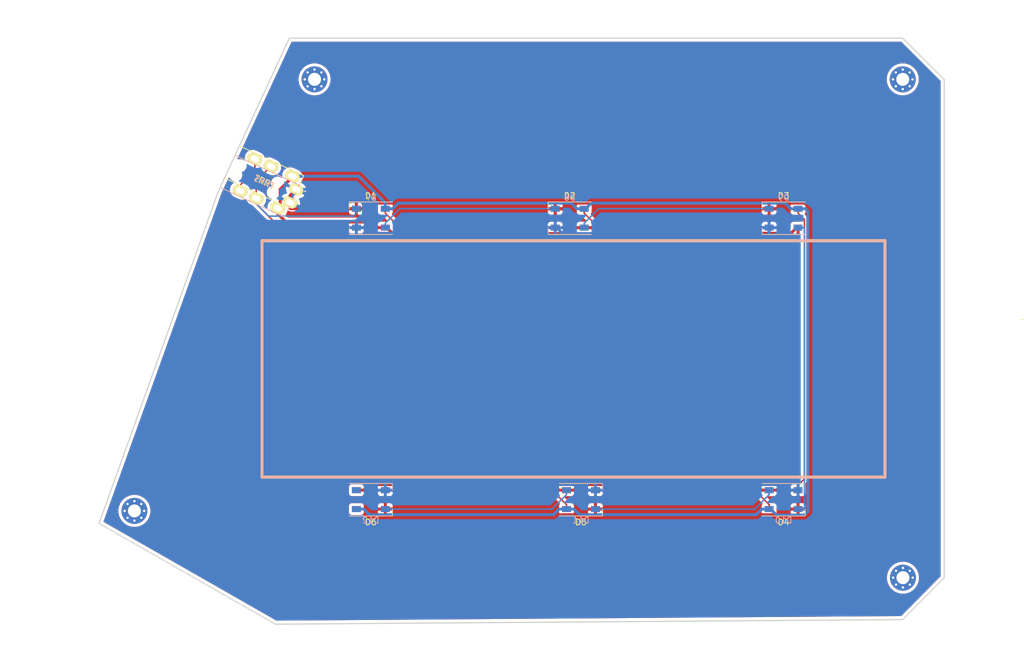
<source format=kicad_pcb>
(kicad_pcb (version 20171130) (host pcbnew 5.1.5+dfsg1-2build2)

  (general
    (thickness 1.6)
    (drawings 25)
    (tracks 178)
    (zones 0)
    (modules 17)
    (nets 17)
  )

  (page A4)
  (layers
    (0 F.Cu signal)
    (31 B.Cu signal)
    (32 B.Adhes user)
    (33 F.Adhes user)
    (34 B.Paste user)
    (35 F.Paste user)
    (36 B.SilkS user)
    (37 F.SilkS user)
    (38 B.Mask user)
    (39 F.Mask user)
    (40 Dwgs.User user)
    (41 Cmts.User user)
    (42 Eco1.User user)
    (43 Eco2.User user)
    (44 Edge.Cuts user)
    (45 Margin user)
    (46 B.CrtYd user)
    (47 F.CrtYd user)
    (48 B.Fab user)
    (49 F.Fab user)
  )

  (setup
    (last_trace_width 0.25)
    (trace_clearance 0.2)
    (zone_clearance 0.508)
    (zone_45_only no)
    (trace_min 0.2)
    (via_size 0.8)
    (via_drill 0.4)
    (via_min_size 0.4)
    (via_min_drill 0.3)
    (uvia_size 0.3)
    (uvia_drill 0.1)
    (uvias_allowed no)
    (uvia_min_size 0.2)
    (uvia_min_drill 0.1)
    (edge_width 0.05)
    (segment_width 0.2)
    (pcb_text_width 0.3)
    (pcb_text_size 1.5 1.5)
    (mod_edge_width 0.12)
    (mod_text_size 1 1)
    (mod_text_width 0.15)
    (pad_size 1.524 1.524)
    (pad_drill 0.762)
    (pad_to_mask_clearance 0.051)
    (solder_mask_min_width 0.25)
    (aux_axis_origin 0 0)
    (visible_elements FFFFFF7F)
    (pcbplotparams
      (layerselection 0x010f0_ffffffff)
      (usegerberextensions false)
      (usegerberattributes false)
      (usegerberadvancedattributes false)
      (creategerberjobfile false)
      (excludeedgelayer true)
      (linewidth 0.100000)
      (plotframeref false)
      (viasonmask false)
      (mode 1)
      (useauxorigin false)
      (hpglpennumber 1)
      (hpglpenspeed 20)
      (hpglpendiameter 15.000000)
      (psnegative false)
      (psa4output false)
      (plotreference true)
      (plotvalue true)
      (plotinvisibletext false)
      (padsonsilk false)
      (subtractmaskfromsilk false)
      (outputformat 1)
      (mirror false)
      (drillshape 0)
      (scaleselection 1)
      (outputdirectory "garber"))
  )

  (net 0 "")
  (net 1 GND)
  (net 2 "Net-(D1-Pad4)")
  (net 3 "Net-(D1-Pad2)")
  (net 4 VCC)
  (net 5 "Net-(D2-Pad2)")
  (net 6 "Net-(D3-Pad2)")
  (net 7 "Net-(D4-Pad2)")
  (net 8 "Net-(D5-Pad2)")
  (net 9 "Net-(D6-Pad2)")
  (net 10 "Net-(D7-Pad2)")
  (net 11 "Net-(D10-Pad4)")
  (net 12 "Net-(D10-Pad2)")
  (net 13 "Net-(D11-Pad2)")
  (net 14 "Net-(D12-Pad2)")
  (net 15 "Net-(J1-PadB)")
  (net 16 "Net-(D8-Pad2)")

  (net_class Default "これはデフォルトのネット クラスです。"
    (clearance 0.2)
    (trace_width 0.25)
    (via_dia 0.8)
    (via_drill 0.4)
    (uvia_dia 0.3)
    (uvia_drill 0.1)
    (add_net "Net-(D1-Pad2)")
    (add_net "Net-(D1-Pad4)")
    (add_net "Net-(D10-Pad2)")
    (add_net "Net-(D10-Pad4)")
    (add_net "Net-(D11-Pad2)")
    (add_net "Net-(D12-Pad2)")
    (add_net "Net-(D2-Pad2)")
    (add_net "Net-(D3-Pad2)")
    (add_net "Net-(D4-Pad2)")
    (add_net "Net-(D5-Pad2)")
    (add_net "Net-(D6-Pad2)")
    (add_net "Net-(D7-Pad2)")
    (add_net "Net-(D8-Pad2)")
    (add_net "Net-(J1-PadB)")
  )

  (net_class PWR ""
    (clearance 0.2)
    (trace_width 0.5)
    (via_dia 0.8)
    (via_drill 0.4)
    (uvia_dia 0.3)
    (uvia_drill 0.1)
    (add_net GND)
    (add_net VCC)
  )

  (module MountingHole:MountingHole_2.2mm_M2_Pad_Via (layer F.Cu) (tedit 56DDB9C7) (tstamp 60132B66)
    (at 77.47 26.035)
    (descr "Mounting Hole 2.2mm, M2")
    (tags "mounting hole 2.2mm m2")
    (attr virtual)
    (fp_text reference REF** (at 0 -3.2) (layer F.SilkS) hide
      (effects (font (size 1 1) (thickness 0.15)))
    )
    (fp_text value MountingHole_2.2mm_M2_Pad_Via (at 0 3.2) (layer F.Fab)
      (effects (font (size 1 1) (thickness 0.15)))
    )
    (fp_text user %R (at 0.3 0) (layer F.Fab)
      (effects (font (size 1 1) (thickness 0.15)))
    )
    (fp_circle (center 0 0) (end 2.2 0) (layer Cmts.User) (width 0.15))
    (fp_circle (center 0 0) (end 2.45 0) (layer F.CrtYd) (width 0.05))
    (pad 1 thru_hole circle (at 0 0) (size 4.4 4.4) (drill 2.2) (layers *.Cu *.Mask))
    (pad 1 thru_hole circle (at 1.65 0) (size 0.7 0.7) (drill 0.4) (layers *.Cu *.Mask))
    (pad 1 thru_hole circle (at 1.166726 1.166726) (size 0.7 0.7) (drill 0.4) (layers *.Cu *.Mask))
    (pad 1 thru_hole circle (at 0 1.65) (size 0.7 0.7) (drill 0.4) (layers *.Cu *.Mask))
    (pad 1 thru_hole circle (at -1.166726 1.166726) (size 0.7 0.7) (drill 0.4) (layers *.Cu *.Mask))
    (pad 1 thru_hole circle (at -1.65 0) (size 0.7 0.7) (drill 0.4) (layers *.Cu *.Mask))
    (pad 1 thru_hole circle (at -1.166726 -1.166726) (size 0.7 0.7) (drill 0.4) (layers *.Cu *.Mask))
    (pad 1 thru_hole circle (at 0 -1.65) (size 0.7 0.7) (drill 0.4) (layers *.Cu *.Mask))
    (pad 1 thru_hole circle (at 1.166726 -1.166726) (size 0.7 0.7) (drill 0.4) (layers *.Cu *.Mask))
  )

  (module MountingHole:MountingHole_2.2mm_M2_Pad_Via (layer F.Cu) (tedit 56DDB9C7) (tstamp 60132B66)
    (at 177.005906 26.035)
    (descr "Mounting Hole 2.2mm, M2")
    (tags "mounting hole 2.2mm m2")
    (attr virtual)
    (fp_text reference REF** (at 0 -3.2) (layer F.SilkS) hide
      (effects (font (size 1 1) (thickness 0.15)))
    )
    (fp_text value MountingHole_2.2mm_M2_Pad_Via (at 0 3.2) (layer F.Fab)
      (effects (font (size 1 1) (thickness 0.15)))
    )
    (fp_text user %R (at 0.3 0) (layer F.Fab)
      (effects (font (size 1 1) (thickness 0.15)))
    )
    (fp_circle (center 0 0) (end 2.2 0) (layer Cmts.User) (width 0.15))
    (fp_circle (center 0 0) (end 2.45 0) (layer F.CrtYd) (width 0.05))
    (pad 1 thru_hole circle (at 0 0) (size 4.4 4.4) (drill 2.2) (layers *.Cu *.Mask))
    (pad 1 thru_hole circle (at 1.65 0) (size 0.7 0.7) (drill 0.4) (layers *.Cu *.Mask))
    (pad 1 thru_hole circle (at 1.166726 1.166726) (size 0.7 0.7) (drill 0.4) (layers *.Cu *.Mask))
    (pad 1 thru_hole circle (at 0 1.65) (size 0.7 0.7) (drill 0.4) (layers *.Cu *.Mask))
    (pad 1 thru_hole circle (at -1.166726 1.166726) (size 0.7 0.7) (drill 0.4) (layers *.Cu *.Mask))
    (pad 1 thru_hole circle (at -1.65 0) (size 0.7 0.7) (drill 0.4) (layers *.Cu *.Mask))
    (pad 1 thru_hole circle (at -1.166726 -1.166726) (size 0.7 0.7) (drill 0.4) (layers *.Cu *.Mask))
    (pad 1 thru_hole circle (at 0 -1.65) (size 0.7 0.7) (drill 0.4) (layers *.Cu *.Mask))
    (pad 1 thru_hole circle (at 1.166726 -1.166726) (size 0.7 0.7) (drill 0.4) (layers *.Cu *.Mask))
  )

  (module MountingHole:MountingHole_2.2mm_M2_Pad_Via (layer F.Cu) (tedit 56DDB9C7) (tstamp 60132B66)
    (at 177.038 110.363)
    (descr "Mounting Hole 2.2mm, M2")
    (tags "mounting hole 2.2mm m2")
    (attr virtual)
    (fp_text reference REF** (at 0 -3.2) (layer F.SilkS) hide
      (effects (font (size 1 1) (thickness 0.15)))
    )
    (fp_text value MountingHole_2.2mm_M2_Pad_Via (at 0 3.2) (layer F.Fab)
      (effects (font (size 1 1) (thickness 0.15)))
    )
    (fp_text user %R (at 0.3 0) (layer F.Fab)
      (effects (font (size 1 1) (thickness 0.15)))
    )
    (fp_circle (center 0 0) (end 2.2 0) (layer Cmts.User) (width 0.15))
    (fp_circle (center 0 0) (end 2.45 0) (layer F.CrtYd) (width 0.05))
    (pad 1 thru_hole circle (at 0 0) (size 4.4 4.4) (drill 2.2) (layers *.Cu *.Mask))
    (pad 1 thru_hole circle (at 1.65 0) (size 0.7 0.7) (drill 0.4) (layers *.Cu *.Mask))
    (pad 1 thru_hole circle (at 1.166726 1.166726) (size 0.7 0.7) (drill 0.4) (layers *.Cu *.Mask))
    (pad 1 thru_hole circle (at 0 1.65) (size 0.7 0.7) (drill 0.4) (layers *.Cu *.Mask))
    (pad 1 thru_hole circle (at -1.166726 1.166726) (size 0.7 0.7) (drill 0.4) (layers *.Cu *.Mask))
    (pad 1 thru_hole circle (at -1.65 0) (size 0.7 0.7) (drill 0.4) (layers *.Cu *.Mask))
    (pad 1 thru_hole circle (at -1.166726 -1.166726) (size 0.7 0.7) (drill 0.4) (layers *.Cu *.Mask))
    (pad 1 thru_hole circle (at 0 -1.65) (size 0.7 0.7) (drill 0.4) (layers *.Cu *.Mask))
    (pad 1 thru_hole circle (at 1.166726 -1.166726) (size 0.7 0.7) (drill 0.4) (layers *.Cu *.Mask))
  )

  (module MountingHole:MountingHole_2.2mm_M2_Pad_Via (layer F.Cu) (tedit 56DDB9C7) (tstamp 60132B64)
    (at 46.99 99.06)
    (descr "Mounting Hole 2.2mm, M2")
    (tags "mounting hole 2.2mm m2")
    (attr virtual)
    (fp_text reference REF** (at 0 -3.2) (layer F.SilkS) hide
      (effects (font (size 1 1) (thickness 0.15)))
    )
    (fp_text value MountingHole_2.2mm_M2_Pad_Via (at 0 3.2) (layer F.Fab)
      (effects (font (size 1 1) (thickness 0.15)))
    )
    (fp_circle (center 0 0) (end 2.45 0) (layer F.CrtYd) (width 0.05))
    (fp_circle (center 0 0) (end 2.2 0) (layer Cmts.User) (width 0.15))
    (fp_text user %R (at 0.3 0) (layer F.Fab)
      (effects (font (size 1 1) (thickness 0.15)))
    )
    (pad 1 thru_hole circle (at 1.166726 -1.166726) (size 0.7 0.7) (drill 0.4) (layers *.Cu *.Mask))
    (pad 1 thru_hole circle (at 0 -1.65) (size 0.7 0.7) (drill 0.4) (layers *.Cu *.Mask))
    (pad 1 thru_hole circle (at -1.166726 -1.166726) (size 0.7 0.7) (drill 0.4) (layers *.Cu *.Mask))
    (pad 1 thru_hole circle (at -1.65 0) (size 0.7 0.7) (drill 0.4) (layers *.Cu *.Mask))
    (pad 1 thru_hole circle (at -1.166726 1.166726) (size 0.7 0.7) (drill 0.4) (layers *.Cu *.Mask))
    (pad 1 thru_hole circle (at 0 1.65) (size 0.7 0.7) (drill 0.4) (layers *.Cu *.Mask))
    (pad 1 thru_hole circle (at 1.166726 1.166726) (size 0.7 0.7) (drill 0.4) (layers *.Cu *.Mask))
    (pad 1 thru_hole circle (at 1.65 0) (size 0.7 0.7) (drill 0.4) (layers *.Cu *.Mask))
    (pad 1 thru_hole circle (at 0 0) (size 4.4 4.4) (drill 2.2) (layers *.Cu *.Mask))
  )

  (module LED_SMD:LED_WS2812B_PLCC4_5.0x5.0mm_P3.2mm (layer F.Cu) (tedit 5AA4B285) (tstamp 6012DCBF)
    (at 86.995 49.53 180)
    (descr https://cdn-shop.adafruit.com/datasheets/WS2812B.pdf)
    (tags "LED RGB NeoPixel")
    (path /6015F843)
    (attr smd)
    (fp_text reference D1 (at 0 3.81) (layer F.SilkS)
      (effects (font (size 1 1) (thickness 0.15)))
    )
    (fp_text value WS2812B (at 0 4) (layer F.Fab)
      (effects (font (size 1 1) (thickness 0.15)))
    )
    (fp_text user 1 (at -4.15 -1.6) (layer F.SilkS) hide
      (effects (font (size 1 1) (thickness 0.15)))
    )
    (fp_text user %R (at 0 0) (layer F.Fab)
      (effects (font (size 0.8 0.8) (thickness 0.15)))
    )
    (fp_line (start 3.45 -2.75) (end -3.45 -2.75) (layer F.CrtYd) (width 0.05))
    (fp_line (start 3.45 2.75) (end 3.45 -2.75) (layer F.CrtYd) (width 0.05))
    (fp_line (start -3.45 2.75) (end 3.45 2.75) (layer F.CrtYd) (width 0.05))
    (fp_line (start -3.45 -2.75) (end -3.45 2.75) (layer F.CrtYd) (width 0.05))
    (fp_line (start 2.5 1.5) (end 1.5 2.5) (layer F.Fab) (width 0.1))
    (fp_line (start -2.5 -2.5) (end -2.5 2.5) (layer F.Fab) (width 0.1))
    (fp_line (start -2.5 2.5) (end 2.5 2.5) (layer F.Fab) (width 0.1))
    (fp_line (start 2.5 2.5) (end 2.5 -2.5) (layer F.Fab) (width 0.1))
    (fp_line (start 2.5 -2.5) (end -2.5 -2.5) (layer F.Fab) (width 0.1))
    (fp_line (start -3.65 -2.75) (end 3.65 -2.75) (layer F.SilkS) (width 0.12))
    (fp_line (start -3.65 2.75) (end 3.65 2.75) (layer F.SilkS) (width 0.12))
    (fp_line (start 3.65 2.75) (end 3.65 1.6) (layer F.SilkS) (width 0.12))
    (fp_circle (center 0 0) (end 0 -2) (layer F.Fab) (width 0.1))
    (pad 3 smd rect (at 2.45 1.6 180) (size 1.5 1) (layers F.Cu F.Paste F.Mask)
      (net 1 GND))
    (pad 4 smd rect (at 2.45 -1.6 180) (size 1.5 1) (layers F.Cu F.Paste F.Mask)
      (net 2 "Net-(D1-Pad4)"))
    (pad 2 smd rect (at -2.45 1.6 180) (size 1.5 1) (layers F.Cu F.Paste F.Mask)
      (net 3 "Net-(D1-Pad2)"))
    (pad 1 smd rect (at -2.45 -1.6 180) (size 1.5 1) (layers F.Cu F.Paste F.Mask)
      (net 4 VCC))
    (model ${KISYS3DMOD}/LED_SMD.3dshapes/LED_WS2812B_PLCC4_5.0x5.0mm_P3.2mm.wrl
      (at (xyz 0 0 0))
      (scale (xyz 1 1 1))
      (rotate (xyz 0 0 0))
    )
  )

  (module LED_SMD:LED_WS2812B_PLCC4_5.0x5.0mm_P3.2mm (layer B.Cu) (tedit 5AA4B285) (tstamp 6012DCD6)
    (at 86.995 49.53 180)
    (descr https://cdn-shop.adafruit.com/datasheets/WS2812B.pdf)
    (tags "LED RGB NeoPixel")
    (path /60170F6E)
    (attr smd)
    (fp_text reference D7 (at 0 3.5) (layer B.SilkS)
      (effects (font (size 1 1) (thickness 0.15)) (justify mirror))
    )
    (fp_text value WS2812B (at 0 -4) (layer B.Fab)
      (effects (font (size 1 1) (thickness 0.15)) (justify mirror))
    )
    (fp_text user 1 (at -4.15 1.6) (layer B.SilkS) hide
      (effects (font (size 1 1) (thickness 0.15)) (justify mirror))
    )
    (fp_text user %R (at 0 0) (layer B.Fab)
      (effects (font (size 0.8 0.8) (thickness 0.15)) (justify mirror))
    )
    (fp_line (start 3.45 2.75) (end -3.45 2.75) (layer B.CrtYd) (width 0.05))
    (fp_line (start 3.45 -2.75) (end 3.45 2.75) (layer B.CrtYd) (width 0.05))
    (fp_line (start -3.45 -2.75) (end 3.45 -2.75) (layer B.CrtYd) (width 0.05))
    (fp_line (start -3.45 2.75) (end -3.45 -2.75) (layer B.CrtYd) (width 0.05))
    (fp_line (start 2.5 -1.5) (end 1.5 -2.5) (layer B.Fab) (width 0.1))
    (fp_line (start -2.5 2.5) (end -2.5 -2.5) (layer B.Fab) (width 0.1))
    (fp_line (start -2.5 -2.5) (end 2.5 -2.5) (layer B.Fab) (width 0.1))
    (fp_line (start 2.5 -2.5) (end 2.5 2.5) (layer B.Fab) (width 0.1))
    (fp_line (start 2.5 2.5) (end -2.5 2.5) (layer B.Fab) (width 0.1))
    (fp_line (start -3.65 2.75) (end 3.65 2.75) (layer B.SilkS) (width 0.12))
    (fp_line (start -3.65 -2.75) (end 3.65 -2.75) (layer B.SilkS) (width 0.12))
    (fp_line (start 3.65 -2.75) (end 3.65 -1.6) (layer B.SilkS) (width 0.12))
    (fp_circle (center 0 0) (end 0 2) (layer B.Fab) (width 0.1))
    (pad 3 smd rect (at 2.45 -1.6 180) (size 1.5 1) (layers B.Cu B.Paste B.Mask)
      (net 1 GND))
    (pad 4 smd rect (at 2.45 1.6 180) (size 1.5 1) (layers B.Cu B.Paste B.Mask)
      (net 2 "Net-(D1-Pad4)"))
    (pad 2 smd rect (at -2.45 -1.6 180) (size 1.5 1) (layers B.Cu B.Paste B.Mask)
      (net 10 "Net-(D7-Pad2)"))
    (pad 1 smd rect (at -2.45 1.6 180) (size 1.5 1) (layers B.Cu B.Paste B.Mask)
      (net 4 VCC))
    (model ${KISYS3DMOD}/LED_SMD.3dshapes/LED_WS2812B_PLCC4_5.0x5.0mm_P3.2mm.wrl
      (at (xyz 0 0 0))
      (scale (xyz 1 1 1))
      (rotate (xyz 0 0 0))
    )
  )

  (module LED_SMD:LED_WS2812B_PLCC4_5.0x5.0mm_P3.2mm (layer F.Cu) (tedit 5AA4B285) (tstamp 6012DCED)
    (at 120.65 49.53 180)
    (descr https://cdn-shop.adafruit.com/datasheets/WS2812B.pdf)
    (tags "LED RGB NeoPixel")
    (path /60166E04)
    (attr smd)
    (fp_text reference D2 (at 0 3.81) (layer F.SilkS)
      (effects (font (size 1 1) (thickness 0.15)))
    )
    (fp_text value WS2812B (at 0 4) (layer F.Fab)
      (effects (font (size 1 1) (thickness 0.15)))
    )
    (fp_circle (center 0 0) (end 0 -2) (layer F.Fab) (width 0.1))
    (fp_line (start 3.65 2.75) (end 3.65 1.6) (layer F.SilkS) (width 0.12))
    (fp_line (start -3.65 2.75) (end 3.65 2.75) (layer F.SilkS) (width 0.12))
    (fp_line (start -3.65 -2.75) (end 3.65 -2.75) (layer F.SilkS) (width 0.12))
    (fp_line (start 2.5 -2.5) (end -2.5 -2.5) (layer F.Fab) (width 0.1))
    (fp_line (start 2.5 2.5) (end 2.5 -2.5) (layer F.Fab) (width 0.1))
    (fp_line (start -2.5 2.5) (end 2.5 2.5) (layer F.Fab) (width 0.1))
    (fp_line (start -2.5 -2.5) (end -2.5 2.5) (layer F.Fab) (width 0.1))
    (fp_line (start 2.5 1.5) (end 1.5 2.5) (layer F.Fab) (width 0.1))
    (fp_line (start -3.45 -2.75) (end -3.45 2.75) (layer F.CrtYd) (width 0.05))
    (fp_line (start -3.45 2.75) (end 3.45 2.75) (layer F.CrtYd) (width 0.05))
    (fp_line (start 3.45 2.75) (end 3.45 -2.75) (layer F.CrtYd) (width 0.05))
    (fp_line (start 3.45 -2.75) (end -3.45 -2.75) (layer F.CrtYd) (width 0.05))
    (fp_text user %R (at 0 0) (layer F.Fab)
      (effects (font (size 0.8 0.8) (thickness 0.15)))
    )
    (fp_text user 1 (at -4.15 -1.6) (layer F.SilkS) hide
      (effects (font (size 1 1) (thickness 0.15)))
    )
    (pad 1 smd rect (at -2.45 -1.6 180) (size 1.5 1) (layers F.Cu F.Paste F.Mask)
      (net 4 VCC))
    (pad 2 smd rect (at -2.45 1.6 180) (size 1.5 1) (layers F.Cu F.Paste F.Mask)
      (net 5 "Net-(D2-Pad2)"))
    (pad 4 smd rect (at 2.45 -1.6 180) (size 1.5 1) (layers F.Cu F.Paste F.Mask)
      (net 3 "Net-(D1-Pad2)"))
    (pad 3 smd rect (at 2.45 1.6 180) (size 1.5 1) (layers F.Cu F.Paste F.Mask)
      (net 1 GND))
    (model ${KISYS3DMOD}/LED_SMD.3dshapes/LED_WS2812B_PLCC4_5.0x5.0mm_P3.2mm.wrl
      (at (xyz 0 0 0))
      (scale (xyz 1 1 1))
      (rotate (xyz 0 0 0))
    )
  )

  (module LED_SMD:LED_WS2812B_PLCC4_5.0x5.0mm_P3.2mm (layer B.Cu) (tedit 5AA4B285) (tstamp 6012DD04)
    (at 120.65 49.53 180)
    (descr https://cdn-shop.adafruit.com/datasheets/WS2812B.pdf)
    (tags "LED RGB NeoPixel")
    (path /60170F77)
    (attr smd)
    (fp_text reference D8 (at 0 3.5) (layer B.SilkS)
      (effects (font (size 1 1) (thickness 0.15)) (justify mirror))
    )
    (fp_text value WS2812B (at 0 -4) (layer B.Fab)
      (effects (font (size 1 1) (thickness 0.15)) (justify mirror))
    )
    (fp_text user 1 (at -4.15 1.6) (layer B.SilkS) hide
      (effects (font (size 1 1) (thickness 0.15)) (justify mirror))
    )
    (fp_text user %R (at 0 0) (layer B.Fab)
      (effects (font (size 0.8 0.8) (thickness 0.15)) (justify mirror))
    )
    (fp_line (start 3.45 2.75) (end -3.45 2.75) (layer B.CrtYd) (width 0.05))
    (fp_line (start 3.45 -2.75) (end 3.45 2.75) (layer B.CrtYd) (width 0.05))
    (fp_line (start -3.45 -2.75) (end 3.45 -2.75) (layer B.CrtYd) (width 0.05))
    (fp_line (start -3.45 2.75) (end -3.45 -2.75) (layer B.CrtYd) (width 0.05))
    (fp_line (start 2.5 -1.5) (end 1.5 -2.5) (layer B.Fab) (width 0.1))
    (fp_line (start -2.5 2.5) (end -2.5 -2.5) (layer B.Fab) (width 0.1))
    (fp_line (start -2.5 -2.5) (end 2.5 -2.5) (layer B.Fab) (width 0.1))
    (fp_line (start 2.5 -2.5) (end 2.5 2.5) (layer B.Fab) (width 0.1))
    (fp_line (start 2.5 2.5) (end -2.5 2.5) (layer B.Fab) (width 0.1))
    (fp_line (start -3.65 2.75) (end 3.65 2.75) (layer B.SilkS) (width 0.12))
    (fp_line (start -3.65 -2.75) (end 3.65 -2.75) (layer B.SilkS) (width 0.12))
    (fp_line (start 3.65 -2.75) (end 3.65 -1.6) (layer B.SilkS) (width 0.12))
    (fp_circle (center 0 0) (end 0 2) (layer B.Fab) (width 0.1))
    (pad 3 smd rect (at 2.45 -1.6 180) (size 1.5 1) (layers B.Cu B.Paste B.Mask)
      (net 1 GND))
    (pad 4 smd rect (at 2.45 1.6 180) (size 1.5 1) (layers B.Cu B.Paste B.Mask)
      (net 10 "Net-(D7-Pad2)"))
    (pad 2 smd rect (at -2.45 -1.6 180) (size 1.5 1) (layers B.Cu B.Paste B.Mask)
      (net 16 "Net-(D8-Pad2)"))
    (pad 1 smd rect (at -2.45 1.6 180) (size 1.5 1) (layers B.Cu B.Paste B.Mask)
      (net 4 VCC))
    (model ${KISYS3DMOD}/LED_SMD.3dshapes/LED_WS2812B_PLCC4_5.0x5.0mm_P3.2mm.wrl
      (at (xyz 0 0 0))
      (scale (xyz 1 1 1))
      (rotate (xyz 0 0 0))
    )
  )

  (module LED_SMD:LED_WS2812B_PLCC4_5.0x5.0mm_P3.2mm (layer F.Cu) (tedit 5AA4B285) (tstamp 6012DD1B)
    (at 156.845 49.53 180)
    (descr https://cdn-shop.adafruit.com/datasheets/WS2812B.pdf)
    (tags "LED RGB NeoPixel")
    (path /6016733E)
    (attr smd)
    (fp_text reference D3 (at 0 3.81) (layer F.SilkS)
      (effects (font (size 1 1) (thickness 0.15)))
    )
    (fp_text value WS2812B (at 0 4) (layer F.Fab)
      (effects (font (size 1 1) (thickness 0.15)))
    )
    (fp_circle (center 0 0) (end 0 -2) (layer F.Fab) (width 0.1))
    (fp_line (start 3.65 2.75) (end 3.65 1.6) (layer F.SilkS) (width 0.12))
    (fp_line (start -3.65 2.75) (end 3.65 2.75) (layer F.SilkS) (width 0.12))
    (fp_line (start -3.65 -2.75) (end 3.65 -2.75) (layer F.SilkS) (width 0.12))
    (fp_line (start 2.5 -2.5) (end -2.5 -2.5) (layer F.Fab) (width 0.1))
    (fp_line (start 2.5 2.5) (end 2.5 -2.5) (layer F.Fab) (width 0.1))
    (fp_line (start -2.5 2.5) (end 2.5 2.5) (layer F.Fab) (width 0.1))
    (fp_line (start -2.5 -2.5) (end -2.5 2.5) (layer F.Fab) (width 0.1))
    (fp_line (start 2.5 1.5) (end 1.5 2.5) (layer F.Fab) (width 0.1))
    (fp_line (start -3.45 -2.75) (end -3.45 2.75) (layer F.CrtYd) (width 0.05))
    (fp_line (start -3.45 2.75) (end 3.45 2.75) (layer F.CrtYd) (width 0.05))
    (fp_line (start 3.45 2.75) (end 3.45 -2.75) (layer F.CrtYd) (width 0.05))
    (fp_line (start 3.45 -2.75) (end -3.45 -2.75) (layer F.CrtYd) (width 0.05))
    (fp_text user %R (at 0 0) (layer F.Fab)
      (effects (font (size 0.8 0.8) (thickness 0.15)))
    )
    (fp_text user 1 (at -4.15 -1.6) (layer F.SilkS) hide
      (effects (font (size 1 1) (thickness 0.15)))
    )
    (pad 1 smd rect (at -2.45 -1.6 180) (size 1.5 1) (layers F.Cu F.Paste F.Mask)
      (net 4 VCC))
    (pad 2 smd rect (at -2.45 1.6 180) (size 1.5 1) (layers F.Cu F.Paste F.Mask)
      (net 6 "Net-(D3-Pad2)"))
    (pad 4 smd rect (at 2.45 -1.6 180) (size 1.5 1) (layers F.Cu F.Paste F.Mask)
      (net 5 "Net-(D2-Pad2)"))
    (pad 3 smd rect (at 2.45 1.6 180) (size 1.5 1) (layers F.Cu F.Paste F.Mask)
      (net 1 GND))
    (model ${KISYS3DMOD}/LED_SMD.3dshapes/LED_WS2812B_PLCC4_5.0x5.0mm_P3.2mm.wrl
      (at (xyz 0 0 0))
      (scale (xyz 1 1 1))
      (rotate (xyz 0 0 0))
    )
  )

  (module LED_SMD:LED_WS2812B_PLCC4_5.0x5.0mm_P3.2mm (layer B.Cu) (tedit 5AA4B285) (tstamp 6012DD32)
    (at 156.845 49.53 180)
    (descr https://cdn-shop.adafruit.com/datasheets/WS2812B.pdf)
    (tags "LED RGB NeoPixel")
    (path /60170F7D)
    (attr smd)
    (fp_text reference D9 (at 0 3.5) (layer B.SilkS)
      (effects (font (size 1 1) (thickness 0.15)) (justify mirror))
    )
    (fp_text value WS2812B (at 0 -4) (layer B.Fab)
      (effects (font (size 1 1) (thickness 0.15)) (justify mirror))
    )
    (fp_circle (center 0 0) (end 0 2) (layer B.Fab) (width 0.1))
    (fp_line (start 3.65 -2.75) (end 3.65 -1.6) (layer B.SilkS) (width 0.12))
    (fp_line (start -3.65 -2.75) (end 3.65 -2.75) (layer B.SilkS) (width 0.12))
    (fp_line (start -3.65 2.75) (end 3.65 2.75) (layer B.SilkS) (width 0.12))
    (fp_line (start 2.5 2.5) (end -2.5 2.5) (layer B.Fab) (width 0.1))
    (fp_line (start 2.5 -2.5) (end 2.5 2.5) (layer B.Fab) (width 0.1))
    (fp_line (start -2.5 -2.5) (end 2.5 -2.5) (layer B.Fab) (width 0.1))
    (fp_line (start -2.5 2.5) (end -2.5 -2.5) (layer B.Fab) (width 0.1))
    (fp_line (start 2.5 -1.5) (end 1.5 -2.5) (layer B.Fab) (width 0.1))
    (fp_line (start -3.45 2.75) (end -3.45 -2.75) (layer B.CrtYd) (width 0.05))
    (fp_line (start -3.45 -2.75) (end 3.45 -2.75) (layer B.CrtYd) (width 0.05))
    (fp_line (start 3.45 -2.75) (end 3.45 2.75) (layer B.CrtYd) (width 0.05))
    (fp_line (start 3.45 2.75) (end -3.45 2.75) (layer B.CrtYd) (width 0.05))
    (fp_text user %R (at 0 0) (layer B.Fab)
      (effects (font (size 0.8 0.8) (thickness 0.15)) (justify mirror))
    )
    (fp_text user 1 (at -4.15 1.6) (layer B.SilkS) hide
      (effects (font (size 1 1) (thickness 0.15)) (justify mirror))
    )
    (pad 1 smd rect (at -2.45 1.6 180) (size 1.5 1) (layers B.Cu B.Paste B.Mask)
      (net 4 VCC))
    (pad 2 smd rect (at -2.45 -1.6 180) (size 1.5 1) (layers B.Cu B.Paste B.Mask)
      (net 11 "Net-(D10-Pad4)"))
    (pad 4 smd rect (at 2.45 1.6 180) (size 1.5 1) (layers B.Cu B.Paste B.Mask)
      (net 16 "Net-(D8-Pad2)"))
    (pad 3 smd rect (at 2.45 -1.6 180) (size 1.5 1) (layers B.Cu B.Paste B.Mask)
      (net 1 GND))
    (model ${KISYS3DMOD}/LED_SMD.3dshapes/LED_WS2812B_PLCC4_5.0x5.0mm_P3.2mm.wrl
      (at (xyz 0 0 0))
      (scale (xyz 1 1 1))
      (rotate (xyz 0 0 0))
    )
  )

  (module LED_SMD:LED_WS2812B_PLCC4_5.0x5.0mm_P3.2mm (layer F.Cu) (tedit 5AA4B285) (tstamp 6012DD49)
    (at 156.845 97.155)
    (descr https://cdn-shop.adafruit.com/datasheets/WS2812B.pdf)
    (tags "LED RGB NeoPixel")
    (path /60167993)
    (attr smd)
    (fp_text reference D4 (at 0 3.81) (layer F.SilkS)
      (effects (font (size 1 1) (thickness 0.15)))
    )
    (fp_text value WS2812B (at 0 4) (layer F.Fab)
      (effects (font (size 1 1) (thickness 0.15)))
    )
    (fp_text user 1 (at -4.15 -1.6) (layer F.SilkS) hide
      (effects (font (size 1 1) (thickness 0.15)))
    )
    (fp_text user %R (at 0 0) (layer F.Fab)
      (effects (font (size 0.8 0.8) (thickness 0.15)))
    )
    (fp_line (start 3.45 -2.75) (end -3.45 -2.75) (layer F.CrtYd) (width 0.05))
    (fp_line (start 3.45 2.75) (end 3.45 -2.75) (layer F.CrtYd) (width 0.05))
    (fp_line (start -3.45 2.75) (end 3.45 2.75) (layer F.CrtYd) (width 0.05))
    (fp_line (start -3.45 -2.75) (end -3.45 2.75) (layer F.CrtYd) (width 0.05))
    (fp_line (start 2.5 1.5) (end 1.5 2.5) (layer F.Fab) (width 0.1))
    (fp_line (start -2.5 -2.5) (end -2.5 2.5) (layer F.Fab) (width 0.1))
    (fp_line (start -2.5 2.5) (end 2.5 2.5) (layer F.Fab) (width 0.1))
    (fp_line (start 2.5 2.5) (end 2.5 -2.5) (layer F.Fab) (width 0.1))
    (fp_line (start 2.5 -2.5) (end -2.5 -2.5) (layer F.Fab) (width 0.1))
    (fp_line (start -3.65 -2.75) (end 3.65 -2.75) (layer F.SilkS) (width 0.12))
    (fp_line (start -3.65 2.75) (end 3.65 2.75) (layer F.SilkS) (width 0.12))
    (fp_line (start 3.65 2.75) (end 3.65 1.6) (layer F.SilkS) (width 0.12))
    (fp_circle (center 0 0) (end 0 -2) (layer F.Fab) (width 0.1))
    (pad 3 smd rect (at 2.45 1.6) (size 1.5 1) (layers F.Cu F.Paste F.Mask)
      (net 1 GND))
    (pad 4 smd rect (at 2.45 -1.6) (size 1.5 1) (layers F.Cu F.Paste F.Mask)
      (net 6 "Net-(D3-Pad2)"))
    (pad 2 smd rect (at -2.45 1.6) (size 1.5 1) (layers F.Cu F.Paste F.Mask)
      (net 7 "Net-(D4-Pad2)"))
    (pad 1 smd rect (at -2.45 -1.6) (size 1.5 1) (layers F.Cu F.Paste F.Mask)
      (net 4 VCC))
    (model ${KISYS3DMOD}/LED_SMD.3dshapes/LED_WS2812B_PLCC4_5.0x5.0mm_P3.2mm.wrl
      (at (xyz 0 0 0))
      (scale (xyz 1 1 1))
      (rotate (xyz 0 0 0))
    )
  )

  (module LED_SMD:LED_WS2812B_PLCC4_5.0x5.0mm_P3.2mm (layer B.Cu) (tedit 5AA4B285) (tstamp 6012DD60)
    (at 156.845 97.155)
    (descr https://cdn-shop.adafruit.com/datasheets/WS2812B.pdf)
    (tags "LED RGB NeoPixel")
    (path /60170F83)
    (attr smd)
    (fp_text reference D10 (at 0 3.5) (layer B.SilkS)
      (effects (font (size 1 1) (thickness 0.15)) (justify mirror))
    )
    (fp_text value WS2812B (at 0 -4) (layer B.Fab)
      (effects (font (size 1 1) (thickness 0.15)) (justify mirror))
    )
    (fp_text user 1 (at -4.15 1.6) (layer B.SilkS) hide
      (effects (font (size 1 1) (thickness 0.15)) (justify mirror))
    )
    (fp_text user %R (at 0 0) (layer B.Fab)
      (effects (font (size 0.8 0.8) (thickness 0.15)) (justify mirror))
    )
    (fp_line (start 3.45 2.75) (end -3.45 2.75) (layer B.CrtYd) (width 0.05))
    (fp_line (start 3.45 -2.75) (end 3.45 2.75) (layer B.CrtYd) (width 0.05))
    (fp_line (start -3.45 -2.75) (end 3.45 -2.75) (layer B.CrtYd) (width 0.05))
    (fp_line (start -3.45 2.75) (end -3.45 -2.75) (layer B.CrtYd) (width 0.05))
    (fp_line (start 2.5 -1.5) (end 1.5 -2.5) (layer B.Fab) (width 0.1))
    (fp_line (start -2.5 2.5) (end -2.5 -2.5) (layer B.Fab) (width 0.1))
    (fp_line (start -2.5 -2.5) (end 2.5 -2.5) (layer B.Fab) (width 0.1))
    (fp_line (start 2.5 -2.5) (end 2.5 2.5) (layer B.Fab) (width 0.1))
    (fp_line (start 2.5 2.5) (end -2.5 2.5) (layer B.Fab) (width 0.1))
    (fp_line (start -3.65 2.75) (end 3.65 2.75) (layer B.SilkS) (width 0.12))
    (fp_line (start -3.65 -2.75) (end 3.65 -2.75) (layer B.SilkS) (width 0.12))
    (fp_line (start 3.65 -2.75) (end 3.65 -1.6) (layer B.SilkS) (width 0.12))
    (fp_circle (center 0 0) (end 0 2) (layer B.Fab) (width 0.1))
    (pad 3 smd rect (at 2.45 -1.6) (size 1.5 1) (layers B.Cu B.Paste B.Mask)
      (net 1 GND))
    (pad 4 smd rect (at 2.45 1.6) (size 1.5 1) (layers B.Cu B.Paste B.Mask)
      (net 11 "Net-(D10-Pad4)"))
    (pad 2 smd rect (at -2.45 -1.6) (size 1.5 1) (layers B.Cu B.Paste B.Mask)
      (net 12 "Net-(D10-Pad2)"))
    (pad 1 smd rect (at -2.45 1.6) (size 1.5 1) (layers B.Cu B.Paste B.Mask)
      (net 4 VCC))
    (model ${KISYS3DMOD}/LED_SMD.3dshapes/LED_WS2812B_PLCC4_5.0x5.0mm_P3.2mm.wrl
      (at (xyz 0 0 0))
      (scale (xyz 1 1 1))
      (rotate (xyz 0 0 0))
    )
  )

  (module LED_SMD:LED_WS2812B_PLCC4_5.0x5.0mm_P3.2mm (layer F.Cu) (tedit 5AA4B285) (tstamp 6012DD77)
    (at 122.555 97.155)
    (descr https://cdn-shop.adafruit.com/datasheets/WS2812B.pdf)
    (tags "LED RGB NeoPixel")
    (path /60168D6B)
    (attr smd)
    (fp_text reference D5 (at 0 3.81) (layer F.SilkS)
      (effects (font (size 1 1) (thickness 0.15)))
    )
    (fp_text value WS2812B (at 0 4) (layer F.Fab)
      (effects (font (size 1 1) (thickness 0.15)))
    )
    (fp_circle (center 0 0) (end 0 -2) (layer F.Fab) (width 0.1))
    (fp_line (start 3.65 2.75) (end 3.65 1.6) (layer F.SilkS) (width 0.12))
    (fp_line (start -3.65 2.75) (end 3.65 2.75) (layer F.SilkS) (width 0.12))
    (fp_line (start -3.65 -2.75) (end 3.65 -2.75) (layer F.SilkS) (width 0.12))
    (fp_line (start 2.5 -2.5) (end -2.5 -2.5) (layer F.Fab) (width 0.1))
    (fp_line (start 2.5 2.5) (end 2.5 -2.5) (layer F.Fab) (width 0.1))
    (fp_line (start -2.5 2.5) (end 2.5 2.5) (layer F.Fab) (width 0.1))
    (fp_line (start -2.5 -2.5) (end -2.5 2.5) (layer F.Fab) (width 0.1))
    (fp_line (start 2.5 1.5) (end 1.5 2.5) (layer F.Fab) (width 0.1))
    (fp_line (start -3.45 -2.75) (end -3.45 2.75) (layer F.CrtYd) (width 0.05))
    (fp_line (start -3.45 2.75) (end 3.45 2.75) (layer F.CrtYd) (width 0.05))
    (fp_line (start 3.45 2.75) (end 3.45 -2.75) (layer F.CrtYd) (width 0.05))
    (fp_line (start 3.45 -2.75) (end -3.45 -2.75) (layer F.CrtYd) (width 0.05))
    (fp_text user %R (at 0 0) (layer F.Fab)
      (effects (font (size 0.8 0.8) (thickness 0.15)))
    )
    (fp_text user 1 (at -4.15 -1.6) (layer F.SilkS) hide
      (effects (font (size 1 1) (thickness 0.15)))
    )
    (pad 1 smd rect (at -2.45 -1.6) (size 1.5 1) (layers F.Cu F.Paste F.Mask)
      (net 4 VCC))
    (pad 2 smd rect (at -2.45 1.6) (size 1.5 1) (layers F.Cu F.Paste F.Mask)
      (net 8 "Net-(D5-Pad2)"))
    (pad 4 smd rect (at 2.45 -1.6) (size 1.5 1) (layers F.Cu F.Paste F.Mask)
      (net 7 "Net-(D4-Pad2)"))
    (pad 3 smd rect (at 2.45 1.6) (size 1.5 1) (layers F.Cu F.Paste F.Mask)
      (net 1 GND))
    (model ${KISYS3DMOD}/LED_SMD.3dshapes/LED_WS2812B_PLCC4_5.0x5.0mm_P3.2mm.wrl
      (at (xyz 0 0 0))
      (scale (xyz 1 1 1))
      (rotate (xyz 0 0 0))
    )
  )

  (module LED_SMD:LED_WS2812B_PLCC4_5.0x5.0mm_P3.2mm (layer B.Cu) (tedit 5AA4B285) (tstamp 6012DD8E)
    (at 122.555 97.155)
    (descr https://cdn-shop.adafruit.com/datasheets/WS2812B.pdf)
    (tags "LED RGB NeoPixel")
    (path /60170F89)
    (attr smd)
    (fp_text reference D11 (at 0 3.5) (layer B.SilkS)
      (effects (font (size 1 1) (thickness 0.15)) (justify mirror))
    )
    (fp_text value WS2812B (at 0 -4) (layer B.Fab)
      (effects (font (size 1 1) (thickness 0.15)) (justify mirror))
    )
    (fp_text user 1 (at -4.15 1.6) (layer B.SilkS) hide
      (effects (font (size 1 1) (thickness 0.15)) (justify mirror))
    )
    (fp_text user %R (at 0 0) (layer B.Fab)
      (effects (font (size 0.8 0.8) (thickness 0.15)) (justify mirror))
    )
    (fp_line (start 3.45 2.75) (end -3.45 2.75) (layer B.CrtYd) (width 0.05))
    (fp_line (start 3.45 -2.75) (end 3.45 2.75) (layer B.CrtYd) (width 0.05))
    (fp_line (start -3.45 -2.75) (end 3.45 -2.75) (layer B.CrtYd) (width 0.05))
    (fp_line (start -3.45 2.75) (end -3.45 -2.75) (layer B.CrtYd) (width 0.05))
    (fp_line (start 2.5 -1.5) (end 1.5 -2.5) (layer B.Fab) (width 0.1))
    (fp_line (start -2.5 2.5) (end -2.5 -2.5) (layer B.Fab) (width 0.1))
    (fp_line (start -2.5 -2.5) (end 2.5 -2.5) (layer B.Fab) (width 0.1))
    (fp_line (start 2.5 -2.5) (end 2.5 2.5) (layer B.Fab) (width 0.1))
    (fp_line (start 2.5 2.5) (end -2.5 2.5) (layer B.Fab) (width 0.1))
    (fp_line (start -3.65 2.75) (end 3.65 2.75) (layer B.SilkS) (width 0.12))
    (fp_line (start -3.65 -2.75) (end 3.65 -2.75) (layer B.SilkS) (width 0.12))
    (fp_line (start 3.65 -2.75) (end 3.65 -1.6) (layer B.SilkS) (width 0.12))
    (fp_circle (center 0 0) (end 0 2) (layer B.Fab) (width 0.1))
    (pad 3 smd rect (at 2.45 -1.6) (size 1.5 1) (layers B.Cu B.Paste B.Mask)
      (net 1 GND))
    (pad 4 smd rect (at 2.45 1.6) (size 1.5 1) (layers B.Cu B.Paste B.Mask)
      (net 12 "Net-(D10-Pad2)"))
    (pad 2 smd rect (at -2.45 -1.6) (size 1.5 1) (layers B.Cu B.Paste B.Mask)
      (net 13 "Net-(D11-Pad2)"))
    (pad 1 smd rect (at -2.45 1.6) (size 1.5 1) (layers B.Cu B.Paste B.Mask)
      (net 4 VCC))
    (model ${KISYS3DMOD}/LED_SMD.3dshapes/LED_WS2812B_PLCC4_5.0x5.0mm_P3.2mm.wrl
      (at (xyz 0 0 0))
      (scale (xyz 1 1 1))
      (rotate (xyz 0 0 0))
    )
  )

  (module LED_SMD:LED_WS2812B_PLCC4_5.0x5.0mm_P3.2mm (layer F.Cu) (tedit 5AA4B285) (tstamp 6012DDA5)
    (at 86.995 97.155)
    (descr https://cdn-shop.adafruit.com/datasheets/WS2812B.pdf)
    (tags "LED RGB NeoPixel")
    (path /6016AE75)
    (attr smd)
    (fp_text reference D6 (at 0 3.81) (layer F.SilkS)
      (effects (font (size 1 1) (thickness 0.15)))
    )
    (fp_text value WS2812B (at 0 4) (layer F.Fab)
      (effects (font (size 1 1) (thickness 0.15)))
    )
    (fp_circle (center 0 0) (end 0 -2) (layer F.Fab) (width 0.1))
    (fp_line (start 3.65 2.75) (end 3.65 1.6) (layer F.SilkS) (width 0.12))
    (fp_line (start -3.65 2.75) (end 3.65 2.75) (layer F.SilkS) (width 0.12))
    (fp_line (start -3.65 -2.75) (end 3.65 -2.75) (layer F.SilkS) (width 0.12))
    (fp_line (start 2.5 -2.5) (end -2.5 -2.5) (layer F.Fab) (width 0.1))
    (fp_line (start 2.5 2.5) (end 2.5 -2.5) (layer F.Fab) (width 0.1))
    (fp_line (start -2.5 2.5) (end 2.5 2.5) (layer F.Fab) (width 0.1))
    (fp_line (start -2.5 -2.5) (end -2.5 2.5) (layer F.Fab) (width 0.1))
    (fp_line (start 2.5 1.5) (end 1.5 2.5) (layer F.Fab) (width 0.1))
    (fp_line (start -3.45 -2.75) (end -3.45 2.75) (layer F.CrtYd) (width 0.05))
    (fp_line (start -3.45 2.75) (end 3.45 2.75) (layer F.CrtYd) (width 0.05))
    (fp_line (start 3.45 2.75) (end 3.45 -2.75) (layer F.CrtYd) (width 0.05))
    (fp_line (start 3.45 -2.75) (end -3.45 -2.75) (layer F.CrtYd) (width 0.05))
    (fp_text user %R (at 0 0) (layer F.Fab)
      (effects (font (size 0.8 0.8) (thickness 0.15)))
    )
    (fp_text user 1 (at -4.15 -1.6) (layer F.SilkS) hide
      (effects (font (size 1 1) (thickness 0.15)))
    )
    (pad 1 smd rect (at -2.45 -1.6) (size 1.5 1) (layers F.Cu F.Paste F.Mask)
      (net 4 VCC))
    (pad 2 smd rect (at -2.45 1.6) (size 1.5 1) (layers F.Cu F.Paste F.Mask)
      (net 9 "Net-(D6-Pad2)"))
    (pad 4 smd rect (at 2.45 -1.6) (size 1.5 1) (layers F.Cu F.Paste F.Mask)
      (net 8 "Net-(D5-Pad2)"))
    (pad 3 smd rect (at 2.45 1.6) (size 1.5 1) (layers F.Cu F.Paste F.Mask)
      (net 1 GND))
    (model ${KISYS3DMOD}/LED_SMD.3dshapes/LED_WS2812B_PLCC4_5.0x5.0mm_P3.2mm.wrl
      (at (xyz 0 0 0))
      (scale (xyz 1 1 1))
      (rotate (xyz 0 0 0))
    )
  )

  (module LED_SMD:LED_WS2812B_PLCC4_5.0x5.0mm_P3.2mm (layer B.Cu) (tedit 5AA4B285) (tstamp 6012DDBC)
    (at 86.995 97.155)
    (descr https://cdn-shop.adafruit.com/datasheets/WS2812B.pdf)
    (tags "LED RGB NeoPixel")
    (path /60170F93)
    (attr smd)
    (fp_text reference D12 (at 0 3.5) (layer B.SilkS)
      (effects (font (size 1 1) (thickness 0.15)) (justify mirror))
    )
    (fp_text value WS2812B (at 0 -4) (layer B.Fab)
      (effects (font (size 1 1) (thickness 0.15)) (justify mirror))
    )
    (fp_circle (center 0 0) (end 0 2) (layer B.Fab) (width 0.1))
    (fp_line (start 3.65 -2.75) (end 3.65 -1.6) (layer B.SilkS) (width 0.12))
    (fp_line (start -3.65 -2.75) (end 3.65 -2.75) (layer B.SilkS) (width 0.12))
    (fp_line (start -3.65 2.75) (end 3.65 2.75) (layer B.SilkS) (width 0.12))
    (fp_line (start 2.5 2.5) (end -2.5 2.5) (layer B.Fab) (width 0.1))
    (fp_line (start 2.5 -2.5) (end 2.5 2.5) (layer B.Fab) (width 0.1))
    (fp_line (start -2.5 -2.5) (end 2.5 -2.5) (layer B.Fab) (width 0.1))
    (fp_line (start -2.5 2.5) (end -2.5 -2.5) (layer B.Fab) (width 0.1))
    (fp_line (start 2.5 -1.5) (end 1.5 -2.5) (layer B.Fab) (width 0.1))
    (fp_line (start -3.45 2.75) (end -3.45 -2.75) (layer B.CrtYd) (width 0.05))
    (fp_line (start -3.45 -2.75) (end 3.45 -2.75) (layer B.CrtYd) (width 0.05))
    (fp_line (start 3.45 -2.75) (end 3.45 2.75) (layer B.CrtYd) (width 0.05))
    (fp_line (start 3.45 2.75) (end -3.45 2.75) (layer B.CrtYd) (width 0.05))
    (fp_text user %R (at 0 0) (layer B.Fab)
      (effects (font (size 0.8 0.8) (thickness 0.15)) (justify mirror))
    )
    (fp_text user 1 (at -4.15 1.6) (layer B.SilkS) hide
      (effects (font (size 1 1) (thickness 0.15)) (justify mirror))
    )
    (pad 1 smd rect (at -2.45 1.6) (size 1.5 1) (layers B.Cu B.Paste B.Mask)
      (net 4 VCC))
    (pad 2 smd rect (at -2.45 -1.6) (size 1.5 1) (layers B.Cu B.Paste B.Mask)
      (net 14 "Net-(D12-Pad2)"))
    (pad 4 smd rect (at 2.45 1.6) (size 1.5 1) (layers B.Cu B.Paste B.Mask)
      (net 13 "Net-(D11-Pad2)"))
    (pad 3 smd rect (at 2.45 -1.6) (size 1.5 1) (layers B.Cu B.Paste B.Mask)
      (net 1 GND))
    (model ${KISYS3DMOD}/LED_SMD.3dshapes/LED_WS2812B_PLCC4_5.0x5.0mm_P3.2mm.wrl
      (at (xyz 0 0 0))
      (scale (xyz 1 1 1))
      (rotate (xyz 0 0 0))
    )
  )

  (module Keyboard:MJ-4PP-9 (layer F.Cu) (tedit 5B986A1E) (tstamp 6012E6A0)
    (at 63.5 40.005 65.1)
    (path /6017C961)
    (fp_text reference J1 (at -0.85 4.95 65.1) (layer F.Fab)
      (effects (font (size 1 1) (thickness 0.15)))
    )
    (fp_text value MJ-4PP-9 (at 0 14 65.1) (layer F.Fab) hide
      (effects (font (size 1 1) (thickness 0.15)))
    )
    (fp_text user TRRS (at -0.75 6.45 155.1) (layer F.SilkS)
      (effects (font (size 1 1) (thickness 0.15)))
    )
    (fp_line (start -3 12) (end -3 0) (layer F.SilkS) (width 0.15))
    (fp_line (start 3 12) (end -3 12) (layer F.SilkS) (width 0.15))
    (fp_line (start 3 0) (end 3 12) (layer F.SilkS) (width 0.15))
    (fp_line (start -3 0) (end 3 0) (layer F.SilkS) (width 0.15))
    (fp_line (start -4.75 0) (end 1.25 0) (layer B.SilkS) (width 0.15))
    (fp_line (start 1.25 0) (end 1.25 12) (layer B.SilkS) (width 0.15))
    (fp_line (start 1.25 12) (end -4.75 12) (layer B.SilkS) (width 0.15))
    (fp_line (start -4.75 12) (end -4.75 0) (layer B.SilkS) (width 0.15))
    (fp_text user TRRS (at -0.8255 6.4135 155.1) (layer B.SilkS)
      (effects (font (size 1 1) (thickness 0.15)) (justify mirror))
    )
    (pad A thru_hole oval (at -2.1 11.8 65.1) (size 1.7 2.5) (drill oval 1 1.5) (layers *.Cu *.Mask F.SilkS)
      (net 1 GND) (clearance 0.15))
    (pad D thru_hole oval (at 2.1 10.3 65.1) (size 1.7 2.5) (drill oval 1 1.5) (layers *.Cu *.Mask F.SilkS)
      (net 4 VCC) (clearance 0.15))
    (pad C thru_hole oval (at 2.1 6.3 65.1) (size 1.7 2.5) (drill oval 1 1.5) (layers *.Cu *.Mask F.SilkS)
      (net 2 "Net-(D1-Pad4)"))
    (pad B thru_hole oval (at 2.1 3.3 65.1) (size 1.7 2.5) (drill oval 1 1.5) (layers *.Cu *.Mask F.SilkS)
      (net 15 "Net-(J1-PadB)"))
    (pad "" np_thru_hole circle (at 0 8.5 65.1) (size 1.2 1.2) (drill 1.2) (layers *.Cu *.Mask F.SilkS))
    (pad "" np_thru_hole circle (at 0 1.5 65.1) (size 1.2 1.2) (drill 1.2) (layers *.Cu *.Mask F.SilkS))
    (pad C thru_hole oval (at -3.85 6.3 65.1) (size 1.7 2.5) (drill oval 1 1.5) (layers *.Cu *.Mask F.SilkS)
      (net 2 "Net-(D1-Pad4)"))
    (pad B thru_hole oval (at -3.85 3.3 65.1) (size 1.7 2.5) (drill oval 1 1.5) (layers *.Cu *.Mask F.SilkS)
      (net 15 "Net-(J1-PadB)"))
    (pad A thru_hole oval (at 0.35 11.8 65.1) (size 1.7 2.5) (drill oval 1 1.5) (layers *.Cu *.Mask F.SilkS)
      (net 1 GND) (clearance 0.15))
    (pad D thru_hole oval (at -3.85 10.3 65.1) (size 1.7 2.5) (drill oval 1 1.5) (layers *.Cu *.Mask F.SilkS)
      (net 4 VCC) (clearance 0.15))
    (pad "" np_thru_hole circle (at -1.75 1.5 65.1) (size 1.2 1.2) (drill 1.2) (layers *.Cu *.Mask F.SilkS))
    (pad "" np_thru_hole circle (at -1.75 8.5 65.1) (size 1.2 1.2) (drill 1.2) (layers *.Cu *.Mask F.SilkS))
    (model "../../../../../../Users/pluis/Documents/Magic Briefcase/Documents/KiCad/3d/AB2_TRS_3p5MM_PTH.wrl"
      (at (xyz 0 0 0))
      (scale (xyz 0.42 0.42 0.42))
      (rotate (xyz 0 0 90))
    )
    (model /home/swanmatch/keyboard/foostan3D/PJ320A.step
      (offset (xyz 0 -8.5 0))
      (scale (xyz 1 1 1))
      (rotate (xyz 0 0 0))
    )
    (model /home/swanmatch/keyboard/foostan3D/PJ320A.step
      (offset (xyz -1.75 -8.5 -1.6))
      (scale (xyz 1 1 1))
      (rotate (xyz 0 180 0))
    )
  )

  (dimension 6.968378 (width 0.15) (layer Dwgs.User)
    (gr_text "6.968 mm" (at 187.355 22.550811 90) (layer Dwgs.User)
      (effects (font (size 1 1) (thickness 0.15)))
    )
    (feature1 (pts (xy 177.005906 19.066622) (xy 186.641421 19.066622)))
    (feature2 (pts (xy 177.005906 26.035) (xy 186.641421 26.035)))
    (crossbar (pts (xy 186.055 26.035) (xy 186.055 19.066622)))
    (arrow1a (pts (xy 186.055 19.066622) (xy 186.641421 20.193126)))
    (arrow1b (pts (xy 186.055 19.066622) (xy 185.468579 20.193126)))
    (arrow2a (pts (xy 186.055 26.035) (xy 186.641421 24.908496)))
    (arrow2b (pts (xy 186.055 26.035) (xy 185.468579 24.908496)))
  )
  (dimension 7.017165 (width 0.15) (layer Dwgs.User)
    (gr_text "7.017 mm" (at 180.485693 32.432839 -0.2581973215) (layer Dwgs.User)
      (effects (font (size 1 1) (thickness 0.15)))
    )
    (feature1 (pts (xy 177.005906 26.035) (xy 176.980362 31.703456)))
    (feature2 (pts (xy 184.023 26.066622) (xy 183.997456 31.735078)))
    (crossbar (pts (xy 184.000098 31.148663) (xy 176.983004 31.117041)))
    (arrow1a (pts (xy 176.983004 31.117041) (xy 178.112139 30.535703)))
    (arrow1b (pts (xy 176.983004 31.117041) (xy 178.106854 31.708532)))
    (arrow2a (pts (xy 184.000098 31.148663) (xy 182.876248 30.557172)))
    (arrow2b (pts (xy 184.000098 31.148663) (xy 182.870963 31.730001)))
  )
  (gr_line (start 173.99 93.345) (end 68.58 93.345) (layer B.SilkS) (width 0.5) (tstamp 6013287E))
  (gr_line (start 68.58 93.345) (end 68.58 53.34) (layer B.SilkS) (width 0.5) (tstamp 6013287D))
  (gr_line (start 173.99 53.34) (end 173.99 93.345) (layer B.SilkS) (width 0.5) (tstamp 6013287C))
  (gr_line (start 68.58 53.34) (end 173.99 53.34) (layer B.SilkS) (width 0.5) (tstamp 6013287B))
  (dimension 40.005 (width 0.15) (layer Dwgs.User)
    (gr_text "40.005 mm" (at 191.8 73.3425 90) (layer Dwgs.User)
      (effects (font (size 1 1) (thickness 0.15)))
    )
    (feature1 (pts (xy 173.99 53.34) (xy 191.086421 53.34)))
    (feature2 (pts (xy 173.99 93.345) (xy 191.086421 93.345)))
    (crossbar (pts (xy 190.5 93.345) (xy 190.5 53.34)))
    (arrow1a (pts (xy 190.5 53.34) (xy 191.086421 54.466504)))
    (arrow1b (pts (xy 190.5 53.34) (xy 189.913579 54.466504)))
    (arrow2a (pts (xy 190.5 93.345) (xy 191.086421 92.218496)))
    (arrow2b (pts (xy 190.5 93.345) (xy 189.913579 92.218496)))
  )
  (dimension 105.41 (width 0.15) (layer Dwgs.User)
    (gr_text "105.410 mm" (at 121.285 123.22) (layer Dwgs.User)
      (effects (font (size 1 1) (thickness 0.15)))
    )
    (feature1 (pts (xy 68.58 93.345) (xy 68.58 122.506421)))
    (feature2 (pts (xy 173.99 93.345) (xy 173.99 122.506421)))
    (crossbar (pts (xy 173.99 121.92) (xy 68.58 121.92)))
    (arrow1a (pts (xy 68.58 121.92) (xy 69.706504 121.333579)))
    (arrow1b (pts (xy 68.58 121.92) (xy 69.706504 122.506421)))
    (arrow2a (pts (xy 173.99 121.92) (xy 172.863496 121.333579)))
    (arrow2b (pts (xy 173.99 121.92) (xy 172.863496 122.506421)))
  )
  (dimension 10.16 (width 0.15) (layer Dwgs.User)
    (gr_text "10.160 mm" (at 179.07 16.48) (layer Dwgs.User)
      (effects (font (size 1 1) (thickness 0.15)))
    )
    (feature1 (pts (xy 184.15 53.34) (xy 184.15 17.193579)))
    (feature2 (pts (xy 173.99 53.34) (xy 173.99 17.193579)))
    (crossbar (pts (xy 173.99 17.78) (xy 184.15 17.78)))
    (arrow1a (pts (xy 184.15 17.78) (xy 183.023496 18.366421)))
    (arrow1b (pts (xy 184.15 17.78) (xy 183.023496 17.193579)))
    (arrow2a (pts (xy 173.99 17.78) (xy 175.116504 18.366421)))
    (arrow2b (pts (xy 173.99 17.78) (xy 175.116504 17.193579)))
  )
  (dimension 34.29 (width 0.15) (layer Dwgs.User)
    (gr_text "34.290 mm" (at 191.8 36.195 90) (layer Dwgs.User)
      (effects (font (size 1 1) (thickness 0.15)))
    )
    (feature1 (pts (xy 173.99 19.05) (xy 191.086421 19.05)))
    (feature2 (pts (xy 173.99 53.34) (xy 191.086421 53.34)))
    (crossbar (pts (xy 190.5 53.34) (xy 190.5 19.05)))
    (arrow1a (pts (xy 190.5 19.05) (xy 191.086421 20.176504)))
    (arrow1b (pts (xy 190.5 19.05) (xy 189.913579 20.176504)))
    (arrow2a (pts (xy 190.5 53.34) (xy 191.086421 52.213496)))
    (arrow2b (pts (xy 190.5 53.34) (xy 189.913579 52.213496)))
  )
  (gr_line (start 68.58 93.345) (end 68.58 53.34) (layer F.SilkS) (width 0.5) (tstamp 6012EDF3))
  (gr_line (start 173.99 93.345) (end 68.58 93.345) (layer F.SilkS) (width 0.5))
  (gr_line (start 173.99 53.34) (end 173.99 93.345) (layer F.SilkS) (width 0.5))
  (gr_line (start 68.58 53.34) (end 173.99 53.34) (layer F.SilkS) (width 0.5))
  (gr_line (start 197.485 66.675) (end 196.85 66.675) (layer F.SilkS) (width 0.12))
  (dimension 99.181317 (width 0.12) (layer Dwgs.User)
    (gr_text "99.181 mm" (at 27.94 68.640658 90) (layer Dwgs.User)
      (effects (font (size 1 1) (thickness 0.15)))
    )
    (feature1 (pts (xy 70.848741 19.05) (xy 28.623579 19.05)))
    (feature2 (pts (xy 70.848741 118.231317) (xy 28.623579 118.231317)))
    (crossbar (pts (xy 29.21 118.231317) (xy 29.21 19.05)))
    (arrow1a (pts (xy 29.21 19.05) (xy 29.796421 20.176504)))
    (arrow1b (pts (xy 29.21 19.05) (xy 28.623579 20.176504)))
    (arrow2a (pts (xy 29.21 118.231317) (xy 29.796421 117.104813)))
    (arrow2b (pts (xy 29.21 118.231317) (xy 28.623579 117.104813)))
  )
  (dimension 143.149279 (width 0.12) (layer Dwgs.User)
    (gr_text "143.149 mm" (at 112.57536 13.335) (layer Dwgs.User)
      (effects (font (size 1 1) (thickness 0.15)))
    )
    (feature1 (pts (xy 184.15 101.177468) (xy 184.15 14.018579)))
    (feature2 (pts (xy 41.000721 101.177468) (xy 41.000721 14.018579)))
    (crossbar (pts (xy 41.000721 14.605) (xy 184.15 14.605)))
    (arrow1a (pts (xy 184.15 14.605) (xy 183.023496 15.191421)))
    (arrow1b (pts (xy 184.15 14.605) (xy 183.023496 14.018579)))
    (arrow2a (pts (xy 41.000721 14.605) (xy 42.127225 15.191421)))
    (arrow2b (pts (xy 41.000721 14.605) (xy 42.127225 14.018579)))
  )
  (gr_line (start 61.17197 45.036499) (end 73.203983 19.066622) (layer Edge.Cuts) (width 0.2))
  (gr_line (start 184.023 26.066622) (end 184.023 110.363) (layer Edge.Cuts) (width 0.2))
  (gr_line (start 177.005906 117.453005) (end 70.848741 118.231317) (layer Edge.Cuts) (width 0.2))
  (gr_line (start 70.848741 118.231317) (end 41.000721 101.177468) (layer Edge.Cuts) (width 0.2))
  (gr_line (start 73.203983 19.066622) (end 177.005906 19.066622) (layer Edge.Cuts) (width 0.2))
  (gr_line (start 177.005906 19.066622) (end 184.023 26.066622) (layer Edge.Cuts) (width 0.2))
  (gr_line (start 41.000721 101.177468) (end 61.17197 45.036499) (layer Edge.Cuts) (width 0.2))
  (gr_line (start 184.023 110.363) (end 177.005906 117.453005) (layer Edge.Cuts) (width 0.2))

  (segment (start 73.318944 45.687295) (end 74.350482 44.655757) (width 0.5) (layer F.Cu) (net 1) (status 20))
  (segment (start 73.318944 46.878015) (end 73.318944 45.687295) (width 0.5) (layer F.Cu) (net 1) (status 10))
  (segment (start 73.318944 47.815125) (end 73.318944 46.878015) (width 0.5) (layer F.Cu) (net 1))
  (segment (start 73.433819 47.93) (end 73.318944 47.815125) (width 0.5) (layer F.Cu) (net 1))
  (segment (start 84.545 47.93) (end 73.433819 47.93) (width 0.5) (layer F.Cu) (net 1))
  (segment (start 119.45 47.93) (end 118.2 47.93) (width 0.5) (layer F.Cu) (net 1))
  (segment (start 120.400001 46.979999) (end 119.45 47.93) (width 0.5) (layer F.Cu) (net 1))
  (segment (start 152.194999 46.979999) (end 120.400001 46.979999) (width 0.5) (layer F.Cu) (net 1))
  (segment (start 153.145 47.93) (end 152.194999 46.979999) (width 0.5) (layer F.Cu) (net 1))
  (segment (start 154.395 47.93) (end 153.145 47.93) (width 0.5) (layer F.Cu) (net 1))
  (segment (start 160.545 98.755) (end 159.295 98.755) (width 0.5) (layer F.Cu) (net 1))
  (segment (start 160.945011 47.520009) (end 160.945011 98.354989) (width 0.5) (layer F.Cu) (net 1))
  (segment (start 156.595001 46.979999) (end 160.405001 46.979999) (width 0.5) (layer F.Cu) (net 1))
  (segment (start 160.405001 46.979999) (end 160.945011 47.520009) (width 0.5) (layer F.Cu) (net 1))
  (segment (start 155.645 47.93) (end 156.595001 46.979999) (width 0.5) (layer F.Cu) (net 1))
  (segment (start 160.945011 98.354989) (end 160.545 98.755) (width 0.5) (layer F.Cu) (net 1))
  (segment (start 154.395 47.93) (end 155.645 47.93) (width 0.5) (layer F.Cu) (net 1))
  (segment (start 126.255 98.755) (end 125.005 98.755) (width 0.5) (layer F.Cu) (net 1))
  (segment (start 127.205001 99.705001) (end 126.255 98.755) (width 0.5) (layer F.Cu) (net 1))
  (segment (start 157.094999 99.705001) (end 127.205001 99.705001) (width 0.5) (layer F.Cu) (net 1))
  (segment (start 158.045 98.755) (end 157.094999 99.705001) (width 0.5) (layer F.Cu) (net 1))
  (segment (start 159.295 98.755) (end 158.045 98.755) (width 0.5) (layer F.Cu) (net 1))
  (segment (start 122.804999 99.705001) (end 123.755 98.755) (width 0.5) (layer F.Cu) (net 1))
  (segment (start 91.645001 99.705001) (end 122.804999 99.705001) (width 0.5) (layer F.Cu) (net 1))
  (segment (start 90.695 98.755) (end 91.645001 99.705001) (width 0.5) (layer F.Cu) (net 1))
  (segment (start 123.755 98.755) (end 125.005 98.755) (width 0.5) (layer F.Cu) (net 1))
  (segment (start 89.445 98.755) (end 90.695 98.755) (width 0.5) (layer F.Cu) (net 1))
  (segment (start 85.745001 47.069999) (end 85.745001 48.929999) (width 0.5) (layer B.Cu) (net 1))
  (segment (start 83.330759 44.655757) (end 85.745001 47.069999) (width 0.5) (layer B.Cu) (net 1))
  (segment (start 84.545 50.13) (end 84.545 51.13) (width 0.5) (layer B.Cu) (net 1))
  (segment (start 85.745001 48.929999) (end 84.545 50.13) (width 0.5) (layer B.Cu) (net 1))
  (segment (start 74.350482 44.655757) (end 83.330759 44.655757) (width 0.5) (layer B.Cu) (net 1))
  (segment (start 123.755 95.555) (end 125.005 95.555) (width 0.5) (layer B.Cu) (net 1))
  (segment (start 91.645001 94.604999) (end 122.804999 94.604999) (width 0.5) (layer B.Cu) (net 1))
  (segment (start 90.695 95.555) (end 91.645001 94.604999) (width 0.5) (layer B.Cu) (net 1))
  (segment (start 122.804999 94.604999) (end 123.755 95.555) (width 0.5) (layer B.Cu) (net 1))
  (segment (start 89.445 95.555) (end 90.695 95.555) (width 0.5) (layer B.Cu) (net 1))
  (segment (start 158.045 95.555) (end 159.295 95.555) (width 0.5) (layer B.Cu) (net 1))
  (segment (start 157.094999 94.604999) (end 158.045 95.555) (width 0.5) (layer B.Cu) (net 1))
  (segment (start 126.255 95.555) (end 127.205001 94.604999) (width 0.5) (layer B.Cu) (net 1))
  (segment (start 125.005 95.555) (end 126.255 95.555) (width 0.5) (layer B.Cu) (net 1))
  (segment (start 116.95 47.93) (end 118.2 47.93) (width 0.5) (layer F.Cu) (net 1))
  (segment (start 86.745001 46.979999) (end 115.999999 46.979999) (width 0.5) (layer F.Cu) (net 1))
  (segment (start 85.795 47.93) (end 86.745001 46.979999) (width 0.5) (layer F.Cu) (net 1))
  (segment (start 115.999999 46.979999) (end 116.95 47.93) (width 0.5) (layer F.Cu) (net 1))
  (segment (start 84.545 47.93) (end 85.795 47.93) (width 0.5) (layer F.Cu) (net 1))
  (segment (start 115.999999 52.080001) (end 116.95 51.13) (width 0.5) (layer B.Cu) (net 1))
  (segment (start 86.745001 52.080001) (end 115.999999 52.080001) (width 0.5) (layer B.Cu) (net 1))
  (segment (start 85.795 51.13) (end 86.745001 52.080001) (width 0.5) (layer B.Cu) (net 1))
  (segment (start 116.95 51.13) (end 118.2 51.13) (width 0.5) (layer B.Cu) (net 1))
  (segment (start 84.545 51.13) (end 85.795 51.13) (width 0.5) (layer B.Cu) (net 1))
  (segment (start 153.145 51.13) (end 154.395 51.13) (width 0.5) (layer B.Cu) (net 1))
  (segment (start 119.45 52.13) (end 152.145 52.13) (width 0.5) (layer B.Cu) (net 1))
  (segment (start 152.145 52.13) (end 153.145 51.13) (width 0.5) (layer B.Cu) (net 1))
  (segment (start 118.45 51.13) (end 119.45 52.13) (width 0.5) (layer B.Cu) (net 1))
  (segment (start 118.2 51.13) (end 118.45 51.13) (width 0.5) (layer B.Cu) (net 1))
  (segment (start 154.315001 91.984999) (end 154.315001 94.604999) (width 0.5) (layer B.Cu) (net 1))
  (segment (start 154.395 91.905) (end 154.315001 91.984999) (width 0.5) (layer B.Cu) (net 1))
  (segment (start 154.315001 94.604999) (end 157.094999 94.604999) (width 0.5) (layer B.Cu) (net 1))
  (segment (start 154.395 51.13) (end 154.395 91.905) (width 0.5) (layer B.Cu) (net 1))
  (segment (start 127.205001 94.604999) (end 154.315001 94.604999) (width 0.5) (layer B.Cu) (net 1))
  (segment (start 83.545 51.13) (end 84.545 51.13) (width 0.25) (layer F.Cu) (net 2) (status 20))
  (segment (start 71.636634 51.13) (end 83.545 51.13) (width 0.25) (layer F.Cu) (net 2))
  (segment (start 67.593389 47.086755) (end 71.636634 51.13) (width 0.25) (layer F.Cu) (net 2) (status 10))
  (segment (start 67.593389 46.149645) (end 67.593389 47.086755) (width 0.25) (layer F.Cu) (net 2) (status 30))
  (segment (start 67.593389 43.257896) (end 70.098552 40.752733) (width 0.25) (layer F.Cu) (net 2))
  (segment (start 67.593389 46.149645) (end 67.593389 43.257896) (width 0.25) (layer F.Cu) (net 2))
  (segment (start 84.545 48.68) (end 84.545 47.93) (width 0.25) (layer B.Cu) (net 2))
  (segment (start 84.050894 49.174106) (end 84.545 48.68) (width 0.25) (layer B.Cu) (net 2))
  (segment (start 69.68074 49.174106) (end 84.050894 49.174106) (width 0.25) (layer B.Cu) (net 2))
  (segment (start 67.593389 47.086755) (end 69.68074 49.174106) (width 0.25) (layer B.Cu) (net 2))
  (segment (start 67.593389 46.149645) (end 67.593389 47.086755) (width 0.25) (layer B.Cu) (net 2))
  (segment (start 89.445 48.68) (end 89.445 47.93) (width 0.25) (layer F.Cu) (net 3))
  (segment (start 91.895 51.13) (end 89.445 48.68) (width 0.25) (layer F.Cu) (net 3))
  (segment (start 118.2 51.13) (end 91.895 51.13) (width 0.25) (layer F.Cu) (net 3))
  (segment (start 73.086707 43.076898) (end 73.726729 42.436876) (width 0.5) (layer F.Cu) (net 4))
  (segment (start 73.086707 43.20632) (end 73.086707 43.076898) (width 0.5) (layer F.Cu) (net 4))
  (segment (start 71.659222 44.633805) (end 73.086707 43.20632) (width 0.5) (layer F.Cu) (net 4))
  (segment (start 71.221565 47.523435) (end 71.659222 47.085778) (width 0.5) (layer F.Cu) (net 4))
  (segment (start 71.659222 47.085778) (end 71.659222 44.633805) (width 0.5) (layer F.Cu) (net 4))
  (segment (start 71.221565 47.833788) (end 71.221565 47.523435) (width 0.5) (layer F.Cu) (net 4))
  (segment (start 88.195 51.13) (end 89.445 51.13) (width 0.5) (layer F.Cu) (net 4))
  (segment (start 87.244999 50.179999) (end 88.195 51.13) (width 0.5) (layer F.Cu) (net 4))
  (segment (start 72.630666 50.179999) (end 87.244999 50.179999) (width 0.5) (layer F.Cu) (net 4))
  (segment (start 71.221565 48.770898) (end 72.630666 50.179999) (width 0.5) (layer F.Cu) (net 4))
  (segment (start 71.221565 47.833788) (end 71.221565 48.770898) (width 0.5) (layer F.Cu) (net 4))
  (segment (start 121.355 95.555) (end 120.105 95.555) (width 0.5) (layer F.Cu) (net 4))
  (segment (start 152.194999 94.604999) (end 122.305001 94.604999) (width 0.5) (layer F.Cu) (net 4))
  (segment (start 153.145 95.555) (end 152.194999 94.604999) (width 0.5) (layer F.Cu) (net 4))
  (segment (start 122.305001 94.604999) (end 121.355 95.555) (width 0.5) (layer F.Cu) (net 4))
  (segment (start 154.395 95.555) (end 153.145 95.555) (width 0.5) (layer F.Cu) (net 4))
  (segment (start 85.795 95.555) (end 84.545 95.555) (width 0.5) (layer F.Cu) (net 4))
  (segment (start 86.745001 94.604999) (end 85.795 95.555) (width 0.5) (layer F.Cu) (net 4))
  (segment (start 117.904999 94.604999) (end 86.745001 94.604999) (width 0.5) (layer F.Cu) (net 4))
  (segment (start 118.855 95.555) (end 117.904999 94.604999) (width 0.5) (layer F.Cu) (net 4))
  (segment (start 120.105 95.555) (end 118.855 95.555) (width 0.5) (layer F.Cu) (net 4))
  (segment (start 89.445 46.93) (end 89.445 47.93) (width 0.5) (layer B.Cu) (net 4))
  (segment (start 84.951876 42.436876) (end 89.445 46.93) (width 0.5) (layer B.Cu) (net 4))
  (segment (start 73.726729 42.436876) (end 84.951876 42.436876) (width 0.5) (layer B.Cu) (net 4))
  (segment (start 121.85 47.93) (end 123.1 47.93) (width 0.5) (layer B.Cu) (net 4))
  (segment (start 120.899999 46.979999) (end 121.85 47.93) (width 0.5) (layer B.Cu) (net 4))
  (segment (start 91.645001 46.979999) (end 120.899999 46.979999) (width 0.5) (layer B.Cu) (net 4))
  (segment (start 90.695 47.93) (end 91.645001 46.979999) (width 0.5) (layer B.Cu) (net 4))
  (segment (start 89.445 47.93) (end 90.695 47.93) (width 0.5) (layer B.Cu) (net 4))
  (segment (start 157.094999 46.979999) (end 158.045 47.93) (width 0.5) (layer B.Cu) (net 4))
  (segment (start 124.300001 46.979999) (end 157.094999 46.979999) (width 0.5) (layer B.Cu) (net 4))
  (segment (start 123.35 47.93) (end 124.300001 46.979999) (width 0.5) (layer B.Cu) (net 4))
  (segment (start 158.045 47.93) (end 159.295 47.93) (width 0.5) (layer B.Cu) (net 4))
  (segment (start 123.1 47.93) (end 123.35 47.93) (width 0.5) (layer B.Cu) (net 4))
  (segment (start 152.194999 99.705001) (end 122.305001 99.705001) (width 0.5) (layer B.Cu) (net 4))
  (segment (start 121.355 98.755) (end 120.105 98.755) (width 0.5) (layer B.Cu) (net 4))
  (segment (start 153.145 98.755) (end 152.194999 99.705001) (width 0.5) (layer B.Cu) (net 4))
  (segment (start 122.305001 99.705001) (end 121.355 98.755) (width 0.5) (layer B.Cu) (net 4))
  (segment (start 154.395 98.755) (end 153.145 98.755) (width 0.5) (layer B.Cu) (net 4))
  (segment (start 85.795 98.755) (end 84.545 98.755) (width 0.5) (layer B.Cu) (net 4))
  (segment (start 86.745001 99.705001) (end 85.795 98.755) (width 0.5) (layer B.Cu) (net 4))
  (segment (start 117.904999 99.705001) (end 86.745001 99.705001) (width 0.5) (layer B.Cu) (net 4))
  (segment (start 118.855 98.755) (end 117.904999 99.705001) (width 0.5) (layer B.Cu) (net 4))
  (segment (start 120.105 98.755) (end 118.855 98.755) (width 0.5) (layer B.Cu) (net 4))
  (segment (start 160.545 47.93) (end 159.295 47.93) (width 0.5) (layer B.Cu) (net 4))
  (segment (start 160.945011 48.330011) (end 160.545 47.93) (width 0.5) (layer B.Cu) (net 4))
  (segment (start 160.945011 99.164991) (end 160.945011 48.330011) (width 0.5) (layer B.Cu) (net 4))
  (segment (start 160.355002 99.755) (end 160.945011 99.164991) (width 0.5) (layer B.Cu) (net 4))
  (segment (start 155.645 99.755) (end 160.355002 99.755) (width 0.5) (layer B.Cu) (net 4))
  (segment (start 154.645 98.755) (end 155.645 99.755) (width 0.5) (layer B.Cu) (net 4))
  (segment (start 154.395 98.755) (end 154.645 98.755) (width 0.5) (layer B.Cu) (net 4))
  (segment (start 121.85 51.13) (end 123.1 51.13) (width 0.5) (layer F.Cu) (net 4))
  (segment (start 120.85 52.13) (end 121.85 51.13) (width 0.5) (layer F.Cu) (net 4))
  (segment (start 90.695 52.13) (end 120.85 52.13) (width 0.5) (layer F.Cu) (net 4))
  (segment (start 89.695 51.13) (end 90.695 52.13) (width 0.5) (layer F.Cu) (net 4))
  (segment (start 89.445 51.13) (end 89.695 51.13) (width 0.5) (layer F.Cu) (net 4))
  (segment (start 159.295 51.13) (end 159.045 51.13) (width 0.5) (layer F.Cu) (net 4))
  (segment (start 158.104999 52.080001) (end 158.115 52.07) (width 0.5) (layer F.Cu) (net 4))
  (segment (start 125.300001 52.080001) (end 158.104999 52.080001) (width 0.5) (layer F.Cu) (net 4))
  (segment (start 124.35 51.13) (end 125.300001 52.080001) (width 0.5) (layer F.Cu) (net 4))
  (segment (start 123.1 51.13) (end 124.35 51.13) (width 0.5) (layer F.Cu) (net 4))
  (segment (start 159.045 51.13) (end 158.115 52.07) (width 0.5) (layer F.Cu) (net 4))
  (segment (start 159.295 52.13) (end 159.295 51.13) (width 0.5) (layer F.Cu) (net 4))
  (segment (start 159.295 91.905) (end 159.295 52.13) (width 0.5) (layer F.Cu) (net 4))
  (segment (start 155.645 95.555) (end 159.295 91.905) (width 0.5) (layer F.Cu) (net 4))
  (segment (start 154.395 95.555) (end 155.645 95.555) (width 0.5) (layer F.Cu) (net 4))
  (segment (start 123.1 48.68) (end 123.1 47.93) (width 0.25) (layer F.Cu) (net 5))
  (segment (start 125.55 51.13) (end 123.1 48.68) (width 0.25) (layer F.Cu) (net 5))
  (segment (start 154.395 51.13) (end 125.55 51.13) (width 0.25) (layer F.Cu) (net 5))
  (segment (start 160.370001 49.755001) (end 160.370001 93.629999) (width 0.25) (layer F.Cu) (net 6))
  (segment (start 159.295 48.68) (end 160.370001 49.755001) (width 0.25) (layer F.Cu) (net 6))
  (segment (start 159.295 47.93) (end 159.295 48.68) (width 0.25) (layer F.Cu) (net 6) (status 10))
  (segment (start 159.295 94.705) (end 159.295 95.555) (width 0.25) (layer F.Cu) (net 6) (status 20))
  (segment (start 160.370001 93.629999) (end 159.295 94.705) (width 0.25) (layer F.Cu) (net 6))
  (segment (start 154.395 98.005) (end 154.395 98.755) (width 0.25) (layer F.Cu) (net 7))
  (segment (start 151.945 95.555) (end 154.395 98.005) (width 0.25) (layer F.Cu) (net 7))
  (segment (start 125.005 95.555) (end 151.945 95.555) (width 0.25) (layer F.Cu) (net 7))
  (segment (start 120.105 98.005) (end 120.105 98.755) (width 0.25) (layer F.Cu) (net 8))
  (segment (start 117.655 95.555) (end 120.105 98.005) (width 0.25) (layer F.Cu) (net 8))
  (segment (start 89.445 95.555) (end 117.655 95.555) (width 0.25) (layer F.Cu) (net 8))
  (segment (start 89.445 50.38) (end 89.445 51.13) (width 0.25) (layer B.Cu) (net 10))
  (segment (start 91.895 47.93) (end 89.445 50.38) (width 0.25) (layer B.Cu) (net 10))
  (segment (start 118.2 47.93) (end 91.895 47.93) (width 0.25) (layer B.Cu) (net 10))
  (segment (start 160.295 98.755) (end 159.295 98.755) (width 0.25) (layer B.Cu) (net 11))
  (segment (start 160.370001 98.679999) (end 160.295 98.755) (width 0.25) (layer B.Cu) (net 11))
  (segment (start 160.370001 51.205001) (end 160.370001 98.679999) (width 0.25) (layer B.Cu) (net 11))
  (segment (start 160.295 51.13) (end 160.370001 51.205001) (width 0.25) (layer B.Cu) (net 11))
  (segment (start 159.295 51.13) (end 160.295 51.13) (width 0.25) (layer B.Cu) (net 11))
  (segment (start 126.005 98.755) (end 125.005 98.755) (width 0.25) (layer B.Cu) (net 12))
  (segment (start 151.945 98.755) (end 126.005 98.755) (width 0.25) (layer B.Cu) (net 12))
  (segment (start 154.395 96.305) (end 151.945 98.755) (width 0.25) (layer B.Cu) (net 12))
  (segment (start 154.395 95.555) (end 154.395 96.305) (width 0.25) (layer B.Cu) (net 12))
  (segment (start 90.445 98.755) (end 89.445 98.755) (width 0.25) (layer B.Cu) (net 13))
  (segment (start 117.655 98.755) (end 90.445 98.755) (width 0.25) (layer B.Cu) (net 13))
  (segment (start 120.105 96.305) (end 117.655 98.755) (width 0.25) (layer B.Cu) (net 13))
  (segment (start 120.105 95.555) (end 120.105 96.305) (width 0.25) (layer B.Cu) (net 13))
  (segment (start 67.37742 40.426736) (end 67.37742 39.489626) (width 0.25) (layer F.Cu) (net 15))
  (segment (start 67.37742 41.444265) (end 67.37742 40.426736) (width 0.25) (layer F.Cu) (net 15))
  (segment (start 64.872257 43.949428) (end 67.37742 41.444265) (width 0.25) (layer F.Cu) (net 15))
  (segment (start 64.872257 44.886538) (end 64.872257 43.949428) (width 0.25) (layer F.Cu) (net 15))
  (segment (start 123.1 50.38) (end 123.1 51.13) (width 0.25) (layer B.Cu) (net 16))
  (segment (start 125.55 47.93) (end 123.1 50.38) (width 0.25) (layer B.Cu) (net 16))
  (segment (start 154.395 47.93) (end 125.55 47.93) (width 0.25) (layer B.Cu) (net 16))

  (zone (net 1) (net_name GND) (layer F.Cu) (tstamp 0) (hatch edge 0.508)
    (connect_pads (clearance 0.508))
    (min_thickness 0.254)
    (fill yes (arc_segments 32) (thermal_gap 0.508) (thermal_bridge_width 0.508))
    (polygon
      (pts
        (xy 184.785 118.745) (xy 70.485 118.745) (xy 40.64 101.6) (xy 60.96 45.085) (xy 73.025 19.05)
        (xy 184.785 19.05)
      )
    )
    (filled_polygon
      (pts
        (xy 183.288 26.371594) (xy 183.288001 110.060775) (xy 176.69701 116.720251) (xy 71.041404 117.494885) (xy 58.07032 110.083777)
        (xy 174.203 110.083777) (xy 174.203 110.642223) (xy 174.311948 111.189939) (xy 174.525656 111.705876) (xy 174.835912 112.170207)
        (xy 175.230793 112.565088) (xy 175.695124 112.875344) (xy 176.211061 113.089052) (xy 176.758777 113.198) (xy 177.317223 113.198)
        (xy 177.864939 113.089052) (xy 178.380876 112.875344) (xy 178.845207 112.565088) (xy 179.240088 112.170207) (xy 179.550344 111.705876)
        (xy 179.764052 111.189939) (xy 179.873 110.642223) (xy 179.873 110.083777) (xy 179.764052 109.536061) (xy 179.550344 109.020124)
        (xy 179.240088 108.555793) (xy 178.845207 108.160912) (xy 178.380876 107.850656) (xy 177.864939 107.636948) (xy 177.317223 107.528)
        (xy 176.758777 107.528) (xy 176.211061 107.636948) (xy 175.695124 107.850656) (xy 175.230793 108.160912) (xy 174.835912 108.555793)
        (xy 174.525656 109.020124) (xy 174.311948 109.536061) (xy 174.203 110.083777) (xy 58.07032 110.083777) (xy 41.901046 100.845364)
        (xy 42.642844 98.780777) (xy 44.155 98.780777) (xy 44.155 99.339223) (xy 44.263948 99.886939) (xy 44.477656 100.402876)
        (xy 44.787912 100.867207) (xy 45.182793 101.262088) (xy 45.647124 101.572344) (xy 46.163061 101.786052) (xy 46.710777 101.895)
        (xy 47.269223 101.895) (xy 47.816939 101.786052) (xy 48.332876 101.572344) (xy 48.797207 101.262088) (xy 49.192088 100.867207)
        (xy 49.502344 100.402876) (xy 49.716052 99.886939) (xy 49.825 99.339223) (xy 49.825 98.780777) (xy 49.720416 98.255)
        (xy 83.156928 98.255) (xy 83.156928 99.255) (xy 83.169188 99.379482) (xy 83.205498 99.49918) (xy 83.264463 99.609494)
        (xy 83.343815 99.706185) (xy 83.440506 99.785537) (xy 83.55082 99.844502) (xy 83.670518 99.880812) (xy 83.795 99.893072)
        (xy 85.295 99.893072) (xy 85.419482 99.880812) (xy 85.53918 99.844502) (xy 85.649494 99.785537) (xy 85.746185 99.706185)
        (xy 85.825537 99.609494) (xy 85.884502 99.49918) (xy 85.920812 99.379482) (xy 85.933072 99.255) (xy 88.056928 99.255)
        (xy 88.069188 99.379482) (xy 88.105498 99.49918) (xy 88.164463 99.609494) (xy 88.243815 99.706185) (xy 88.340506 99.785537)
        (xy 88.45082 99.844502) (xy 88.570518 99.880812) (xy 88.695 99.893072) (xy 89.15925 99.89) (xy 89.318 99.73125)
        (xy 89.318 98.882) (xy 89.572 98.882) (xy 89.572 99.73125) (xy 89.73075 99.89) (xy 90.195 99.893072)
        (xy 90.319482 99.880812) (xy 90.43918 99.844502) (xy 90.549494 99.785537) (xy 90.646185 99.706185) (xy 90.725537 99.609494)
        (xy 90.784502 99.49918) (xy 90.820812 99.379482) (xy 90.833072 99.255) (xy 90.83 99.04075) (xy 90.67125 98.882)
        (xy 89.572 98.882) (xy 89.318 98.882) (xy 88.21875 98.882) (xy 88.06 99.04075) (xy 88.056928 99.255)
        (xy 85.933072 99.255) (xy 85.933072 98.255) (xy 88.056928 98.255) (xy 88.06 98.46925) (xy 88.21875 98.628)
        (xy 89.318 98.628) (xy 89.318 97.77875) (xy 89.572 97.77875) (xy 89.572 98.628) (xy 90.67125 98.628)
        (xy 90.83 98.46925) (xy 90.833072 98.255) (xy 90.820812 98.130518) (xy 90.784502 98.01082) (xy 90.725537 97.900506)
        (xy 90.646185 97.803815) (xy 90.549494 97.724463) (xy 90.43918 97.665498) (xy 90.319482 97.629188) (xy 90.195 97.616928)
        (xy 89.73075 97.62) (xy 89.572 97.77875) (xy 89.318 97.77875) (xy 89.15925 97.62) (xy 88.695 97.616928)
        (xy 88.570518 97.629188) (xy 88.45082 97.665498) (xy 88.340506 97.724463) (xy 88.243815 97.803815) (xy 88.164463 97.900506)
        (xy 88.105498 98.01082) (xy 88.069188 98.130518) (xy 88.056928 98.255) (xy 85.933072 98.255) (xy 85.920812 98.130518)
        (xy 85.884502 98.01082) (xy 85.825537 97.900506) (xy 85.746185 97.803815) (xy 85.649494 97.724463) (xy 85.53918 97.665498)
        (xy 85.419482 97.629188) (xy 85.295 97.616928) (xy 83.795 97.616928) (xy 83.670518 97.629188) (xy 83.55082 97.665498)
        (xy 83.440506 97.724463) (xy 83.343815 97.803815) (xy 83.264463 97.900506) (xy 83.205498 98.01082) (xy 83.169188 98.130518)
        (xy 83.156928 98.255) (xy 49.720416 98.255) (xy 49.716052 98.233061) (xy 49.502344 97.717124) (xy 49.192088 97.252793)
        (xy 48.797207 96.857912) (xy 48.332876 96.547656) (xy 47.816939 96.333948) (xy 47.269223 96.225) (xy 46.710777 96.225)
        (xy 46.163061 96.333948) (xy 45.647124 96.547656) (xy 45.182793 96.857912) (xy 44.787912 97.252793) (xy 44.477656 97.717124)
        (xy 44.263948 98.233061) (xy 44.155 98.780777) (xy 42.642844 98.780777) (xy 61.852621 45.315797) (xy 63.022128 42.791535)
        (xy 63.02931 42.808873) (xy 63.164466 43.011148) (xy 63.336486 43.183168) (xy 63.538761 43.318324) (xy 63.763517 43.411421)
        (xy 63.789548 43.416599) (xy 63.733108 43.443792) (xy 63.499414 43.619733) (xy 63.304536 43.837884) (xy 63.155961 44.089863)
        (xy 63.0594 44.365985) (xy 63.018564 44.65564) (xy 63.03502 44.947696) (xy 63.108138 45.230929) (xy 63.235107 45.494455)
        (xy 63.411048 45.728149) (xy 63.629199 45.923027) (xy 63.818034 46.03437) (xy 64.676006 46.432627) (xy 64.882935 46.504991)
        (xy 65.172589 46.545827) (xy 65.464646 46.529371) (xy 65.747879 46.456253) (xy 65.811592 46.425556) (xy 65.82927 46.494036)
        (xy 65.956239 46.757562) (xy 66.13218 46.991256) (xy 66.350331 47.186134) (xy 66.539166 47.297477) (xy 66.944947 47.485834)
        (xy 66.958415 47.511031) (xy 67.025186 47.592391) (xy 67.053389 47.626756) (xy 67.082387 47.650554) (xy 71.072835 51.641003)
        (xy 71.096633 51.670001) (xy 71.125631 51.693799) (xy 71.212357 51.764974) (xy 71.344387 51.835546) (xy 71.487648 51.879003)
        (xy 71.599301 51.89) (xy 71.599311 51.89) (xy 71.636634 51.893676) (xy 71.673957 51.89) (xy 83.213954 51.89)
        (xy 83.264463 51.984494) (xy 83.343815 52.081185) (xy 83.440506 52.160537) (xy 83.55082 52.219502) (xy 83.670518 52.255812)
        (xy 83.795 52.268072) (xy 85.295 52.268072) (xy 85.419482 52.255812) (xy 85.53918 52.219502) (xy 85.649494 52.160537)
        (xy 85.746185 52.081185) (xy 85.825537 51.984494) (xy 85.884502 51.87418) (xy 85.920812 51.754482) (xy 85.933072 51.63)
        (xy 85.933072 51.064999) (xy 86.878421 51.064999) (xy 87.538468 51.725047) (xy 87.566183 51.758817) (xy 87.599951 51.78653)
        (xy 87.599953 51.786532) (xy 87.659677 51.835546) (xy 87.700941 51.869411) (xy 87.854687 51.951589) (xy 88.02151 52.002195)
        (xy 88.151523 52.015) (xy 88.151533 52.015) (xy 88.192837 52.019068) (xy 88.243815 52.081185) (xy 88.340506 52.160537)
        (xy 88.45082 52.219502) (xy 88.570518 52.255812) (xy 88.695 52.268072) (xy 89.581493 52.268072) (xy 90.03847 52.725049)
        (xy 90.066183 52.758817) (xy 90.099951 52.78653) (xy 90.099953 52.786532) (xy 90.200941 52.869411) (xy 90.354686 52.951589)
        (xy 90.52151 53.002195) (xy 90.651523 53.015) (xy 90.651531 53.015) (xy 90.695 53.019281) (xy 90.738469 53.015)
        (xy 120.806531 53.015) (xy 120.85 53.019281) (xy 120.893469 53.015) (xy 120.893477 53.015) (xy 121.02349 53.002195)
        (xy 121.190313 52.951589) (xy 121.344059 52.869411) (xy 121.478817 52.758817) (xy 121.506534 52.725044) (xy 122.04473 52.186848)
        (xy 122.10582 52.219502) (xy 122.225518 52.255812) (xy 122.35 52.268072) (xy 123.85 52.268072) (xy 123.974482 52.255812)
        (xy 124.09418 52.219502) (xy 124.15527 52.186848) (xy 124.643471 52.67505) (xy 124.671184 52.708818) (xy 124.704952 52.736531)
        (xy 124.704954 52.736533) (xy 124.732107 52.758817) (xy 124.805942 52.819412) (xy 124.959688 52.90159) (xy 125.126511 52.952196)
        (xy 125.256524 52.965001) (xy 125.256534 52.965001) (xy 125.3 52.969282) (xy 125.343466 52.965001) (xy 158.06153 52.965001)
        (xy 158.104999 52.969282) (xy 158.148468 52.965001) (xy 158.148476 52.965001) (xy 158.278489 52.952196) (xy 158.410001 52.912302)
        (xy 158.41 91.538421) (xy 155.45027 94.498152) (xy 155.38918 94.465498) (xy 155.269482 94.429188) (xy 155.145 94.416928)
        (xy 153.645 94.416928) (xy 153.520518 94.429188) (xy 153.40082 94.465498) (xy 153.33973 94.498152) (xy 152.851533 94.009955)
        (xy 152.823816 93.976182) (xy 152.689058 93.865588) (xy 152.535312 93.78341) (xy 152.368489 93.732804) (xy 152.238476 93.719999)
        (xy 152.238468 93.719999) (xy 152.194999 93.715718) (xy 152.15153 93.719999) (xy 122.348466 93.719999) (xy 122.305 93.715718)
        (xy 122.261534 93.719999) (xy 122.261524 93.719999) (xy 122.131511 93.732804) (xy 121.964688 93.78341) (xy 121.810942 93.865588)
        (xy 121.81094 93.865589) (xy 121.810941 93.865589) (xy 121.709954 93.948467) (xy 121.709952 93.948469) (xy 121.676184 93.976182)
        (xy 121.648471 94.00995) (xy 121.16027 94.498152) (xy 121.09918 94.465498) (xy 120.979482 94.429188) (xy 120.855 94.416928)
        (xy 119.355 94.416928) (xy 119.230518 94.429188) (xy 119.11082 94.465498) (xy 119.04973 94.498152) (xy 118.561533 94.009955)
        (xy 118.533816 93.976182) (xy 118.399058 93.865588) (xy 118.245312 93.78341) (xy 118.078489 93.732804) (xy 117.948476 93.719999)
        (xy 117.948468 93.719999) (xy 117.904999 93.715718) (xy 117.86153 93.719999) (xy 86.788466 93.719999) (xy 86.745 93.715718)
        (xy 86.701534 93.719999) (xy 86.701524 93.719999) (xy 86.571511 93.732804) (xy 86.404688 93.78341) (xy 86.250942 93.865588)
        (xy 86.25094 93.865589) (xy 86.250941 93.865589) (xy 86.149954 93.948467) (xy 86.149952 93.948469) (xy 86.116184 93.976182)
        (xy 86.088471 94.00995) (xy 85.60027 94.498152) (xy 85.53918 94.465498) (xy 85.419482 94.429188) (xy 85.295 94.416928)
        (xy 83.795 94.416928) (xy 83.670518 94.429188) (xy 83.55082 94.465498) (xy 83.440506 94.524463) (xy 83.343815 94.603815)
        (xy 83.264463 94.700506) (xy 83.205498 94.81082) (xy 83.169188 94.930518) (xy 83.156928 95.055) (xy 83.156928 96.055)
        (xy 83.169188 96.179482) (xy 83.205498 96.29918) (xy 83.264463 96.409494) (xy 83.343815 96.506185) (xy 83.440506 96.585537)
        (xy 83.55082 96.644502) (xy 83.670518 96.680812) (xy 83.795 96.693072) (xy 85.295 96.693072) (xy 85.419482 96.680812)
        (xy 85.53918 96.644502) (xy 85.649494 96.585537) (xy 85.746185 96.506185) (xy 85.797163 96.444068) (xy 85.838469 96.44)
        (xy 85.838477 96.44) (xy 85.96849 96.427195) (xy 86.135313 96.376589) (xy 86.289059 96.294411) (xy 86.423817 96.183817)
        (xy 86.451534 96.150044) (xy 87.11158 95.489999) (xy 88.056928 95.489999) (xy 88.056928 96.055) (xy 88.069188 96.179482)
        (xy 88.105498 96.29918) (xy 88.164463 96.409494) (xy 88.243815 96.506185) (xy 88.340506 96.585537) (xy 88.45082 96.644502)
        (xy 88.570518 96.680812) (xy 88.695 96.693072) (xy 90.195 96.693072) (xy 90.319482 96.680812) (xy 90.43918 96.644502)
        (xy 90.549494 96.585537) (xy 90.646185 96.506185) (xy 90.725537 96.409494) (xy 90.776046 96.315) (xy 117.340199 96.315)
        (xy 118.870098 97.8449) (xy 118.824463 97.900506) (xy 118.765498 98.01082) (xy 118.729188 98.130518) (xy 118.716928 98.255)
        (xy 118.716928 99.255) (xy 118.729188 99.379482) (xy 118.765498 99.49918) (xy 118.824463 99.609494) (xy 118.903815 99.706185)
        (xy 119.000506 99.785537) (xy 119.11082 99.844502) (xy 119.230518 99.880812) (xy 119.355 99.893072) (xy 120.855 99.893072)
        (xy 120.979482 99.880812) (xy 121.09918 99.844502) (xy 121.209494 99.785537) (xy 121.306185 99.706185) (xy 121.385537 99.609494)
        (xy 121.444502 99.49918) (xy 121.480812 99.379482) (xy 121.493072 99.255) (xy 123.616928 99.255) (xy 123.629188 99.379482)
        (xy 123.665498 99.49918) (xy 123.724463 99.609494) (xy 123.803815 99.706185) (xy 123.900506 99.785537) (xy 124.01082 99.844502)
        (xy 124.130518 99.880812) (xy 124.255 99.893072) (xy 124.71925 99.89) (xy 124.878 99.73125) (xy 124.878 98.882)
        (xy 125.132 98.882) (xy 125.132 99.73125) (xy 125.29075 99.89) (xy 125.755 99.893072) (xy 125.879482 99.880812)
        (xy 125.99918 99.844502) (xy 126.109494 99.785537) (xy 126.206185 99.706185) (xy 126.285537 99.609494) (xy 126.344502 99.49918)
        (xy 126.380812 99.379482) (xy 126.393072 99.255) (xy 126.39 99.04075) (xy 126.23125 98.882) (xy 125.132 98.882)
        (xy 124.878 98.882) (xy 123.77875 98.882) (xy 123.62 99.04075) (xy 123.616928 99.255) (xy 121.493072 99.255)
        (xy 121.493072 98.255) (xy 123.616928 98.255) (xy 123.62 98.46925) (xy 123.77875 98.628) (xy 124.878 98.628)
        (xy 124.878 97.77875) (xy 125.132 97.77875) (xy 125.132 98.628) (xy 126.23125 98.628) (xy 126.39 98.46925)
        (xy 126.393072 98.255) (xy 126.380812 98.130518) (xy 126.344502 98.01082) (xy 126.285537 97.900506) (xy 126.206185 97.803815)
        (xy 126.109494 97.724463) (xy 125.99918 97.665498) (xy 125.879482 97.629188) (xy 125.755 97.616928) (xy 125.29075 97.62)
        (xy 125.132 97.77875) (xy 124.878 97.77875) (xy 124.71925 97.62) (xy 124.255 97.616928) (xy 124.130518 97.629188)
        (xy 124.01082 97.665498) (xy 123.900506 97.724463) (xy 123.803815 97.803815) (xy 123.724463 97.900506) (xy 123.665498 98.01082)
        (xy 123.629188 98.130518) (xy 123.616928 98.255) (xy 121.493072 98.255) (xy 121.480812 98.130518) (xy 121.444502 98.01082)
        (xy 121.385537 97.900506) (xy 121.306185 97.803815) (xy 121.209494 97.724463) (xy 121.09918 97.665498) (xy 120.979482 97.629188)
        (xy 120.855 97.616928) (xy 120.759326 97.616928) (xy 120.739974 97.580724) (xy 120.645001 97.464999) (xy 120.616004 97.441202)
        (xy 119.867874 96.693072) (xy 120.855 96.693072) (xy 120.979482 96.680812) (xy 121.09918 96.644502) (xy 121.209494 96.585537)
        (xy 121.306185 96.506185) (xy 121.357163 96.444068) (xy 121.398469 96.44) (xy 121.398477 96.44) (xy 121.52849 96.427195)
        (xy 121.695313 96.376589) (xy 121.849059 96.294411) (xy 121.983817 96.183817) (xy 122.011534 96.150044) (xy 122.67158 95.489999)
        (xy 123.616928 95.489999) (xy 123.616928 96.055) (xy 123.629188 96.179482) (xy 123.665498 96.29918) (xy 123.724463 96.409494)
        (xy 123.803815 96.506185) (xy 123.900506 96.585537) (xy 124.01082 96.644502) (xy 124.130518 96.680812) (xy 124.255 96.693072)
        (xy 125.755 96.693072) (xy 125.879482 96.680812) (xy 125.99918 96.644502) (xy 126.109494 96.585537) (xy 126.206185 96.506185)
        (xy 126.285537 96.409494) (xy 126.336046 96.315) (xy 151.630199 96.315) (xy 153.160098 97.8449) (xy 153.114463 97.900506)
        (xy 153.055498 98.01082) (xy 153.019188 98.130518) (xy 153.006928 98.255) (xy 153.006928 99.255) (xy 153.019188 99.379482)
        (xy 153.055498 99.49918) (xy 153.114463 99.609494) (xy 153.193815 99.706185) (xy 153.290506 99.785537) (xy 153.40082 99.844502)
        (xy 153.520518 99.880812) (xy 153.645 99.893072) (xy 155.145 99.893072) (xy 155.269482 99.880812) (xy 155.38918 99.844502)
        (xy 155.499494 99.785537) (xy 155.596185 99.706185) (xy 155.675537 99.609494) (xy 155.734502 99.49918) (xy 155.770812 99.379482)
        (xy 155.783072 99.255) (xy 157.906928 99.255) (xy 157.919188 99.379482) (xy 157.955498 99.49918) (xy 158.014463 99.609494)
        (xy 158.093815 99.706185) (xy 158.190506 99.785537) (xy 158.30082 99.844502) (xy 158.420518 99.880812) (xy 158.545 99.893072)
        (xy 159.00925 99.89) (xy 159.168 99.73125) (xy 159.168 98.882) (xy 159.422 98.882) (xy 159.422 99.73125)
        (xy 159.58075 99.89) (xy 160.045 99.893072) (xy 160.169482 99.880812) (xy 160.28918 99.844502) (xy 160.399494 99.785537)
        (xy 160.496185 99.706185) (xy 160.575537 99.609494) (xy 160.634502 99.49918) (xy 160.670812 99.379482) (xy 160.683072 99.255)
        (xy 160.68 99.04075) (xy 160.52125 98.882) (xy 159.422 98.882) (xy 159.168 98.882) (xy 158.06875 98.882)
        (xy 157.91 99.04075) (xy 157.906928 99.255) (xy 155.783072 99.255) (xy 155.783072 98.255) (xy 157.906928 98.255)
        (xy 157.91 98.46925) (xy 158.06875 98.628) (xy 159.168 98.628) (xy 159.168 97.77875) (xy 159.422 97.77875)
        (xy 159.422 98.628) (xy 160.52125 98.628) (xy 160.68 98.46925) (xy 160.683072 98.255) (xy 160.670812 98.130518)
        (xy 160.634502 98.01082) (xy 160.575537 97.900506) (xy 160.496185 97.803815) (xy 160.399494 97.724463) (xy 160.28918 97.665498)
        (xy 160.169482 97.629188) (xy 160.045 97.616928) (xy 159.58075 97.62) (xy 159.422 97.77875) (xy 159.168 97.77875)
        (xy 159.00925 97.62) (xy 158.545 97.616928) (xy 158.420518 97.629188) (xy 158.30082 97.665498) (xy 158.190506 97.724463)
        (xy 158.093815 97.803815) (xy 158.014463 97.900506) (xy 157.955498 98.01082) (xy 157.919188 98.130518) (xy 157.906928 98.255)
        (xy 155.783072 98.255) (xy 155.770812 98.130518) (xy 155.734502 98.01082) (xy 155.675537 97.900506) (xy 155.596185 97.803815)
        (xy 155.499494 97.724463) (xy 155.38918 97.665498) (xy 155.269482 97.629188) (xy 155.145 97.616928) (xy 155.049326 97.616928)
        (xy 155.029974 97.580724) (xy 154.935001 97.464999) (xy 154.906004 97.441202) (xy 154.157874 96.693072) (xy 155.145 96.693072)
        (xy 155.269482 96.680812) (xy 155.38918 96.644502) (xy 155.499494 96.585537) (xy 155.596185 96.506185) (xy 155.647163 96.444068)
        (xy 155.688469 96.44) (xy 155.688477 96.44) (xy 155.81849 96.427195) (xy 155.985313 96.376589) (xy 156.139059 96.294411)
        (xy 156.273817 96.183817) (xy 156.301534 96.150044) (xy 159.610002 92.841577) (xy 159.610002 93.315196) (xy 158.784002 94.141196)
        (xy 158.754999 94.164999) (xy 158.699871 94.232174) (xy 158.660026 94.280724) (xy 158.589455 94.412753) (xy 158.589454 94.412754)
        (xy 158.588188 94.416928) (xy 158.545 94.416928) (xy 158.420518 94.429188) (xy 158.30082 94.465498) (xy 158.190506 94.524463)
        (xy 158.093815 94.603815) (xy 158.014463 94.700506) (xy 157.955498 94.81082) (xy 157.919188 94.930518) (xy 157.906928 95.055)
        (xy 157.906928 96.055) (xy 157.919188 96.179482) (xy 157.955498 96.29918) (xy 158.014463 96.409494) (xy 158.093815 96.506185)
        (xy 158.190506 96.585537) (xy 158.30082 96.644502) (xy 158.420518 96.680812) (xy 158.545 96.693072) (xy 160.045 96.693072)
        (xy 160.169482 96.680812) (xy 160.28918 96.644502) (xy 160.399494 96.585537) (xy 160.496185 96.506185) (xy 160.575537 96.409494)
        (xy 160.634502 96.29918) (xy 160.670812 96.179482) (xy 160.683072 96.055) (xy 160.683072 95.055) (xy 160.670812 94.930518)
        (xy 160.634502 94.81082) (xy 160.575537 94.700506) (xy 160.496185 94.603815) (xy 160.482345 94.592457) (xy 160.881004 94.193798)
        (xy 160.910002 94.17) (xy 160.936333 94.137916) (xy 161.004975 94.054276) (xy 161.075547 93.922246) (xy 161.092733 93.865589)
        (xy 161.119004 93.778985) (xy 161.130001 93.667332) (xy 161.130001 93.667322) (xy 161.133677 93.629999) (xy 161.130001 93.592677)
        (xy 161.130001 49.792323) (xy 161.133677 49.755001) (xy 161.130001 49.717678) (xy 161.130001 49.717668) (xy 161.119004 49.606015)
        (xy 161.075547 49.462754) (xy 161.063699 49.440588) (xy 161.004975 49.330724) (xy 160.9338 49.243998) (xy 160.910002 49.215)
        (xy 160.881005 49.191203) (xy 160.529902 48.8401) (xy 160.575537 48.784494) (xy 160.634502 48.67418) (xy 160.670812 48.554482)
        (xy 160.683072 48.43) (xy 160.683072 47.43) (xy 160.670812 47.305518) (xy 160.634502 47.18582) (xy 160.575537 47.075506)
        (xy 160.496185 46.978815) (xy 160.399494 46.899463) (xy 160.28918 46.840498) (xy 160.169482 46.804188) (xy 160.045 46.791928)
        (xy 158.545 46.791928) (xy 158.420518 46.804188) (xy 158.30082 46.840498) (xy 158.190506 46.899463) (xy 158.093815 46.978815)
        (xy 158.014463 47.075506) (xy 157.955498 47.18582) (xy 157.919188 47.305518) (xy 157.906928 47.43) (xy 157.906928 48.43)
        (xy 157.919188 48.554482) (xy 157.955498 48.67418) (xy 158.014463 48.784494) (xy 158.093815 48.881185) (xy 158.190506 48.960537)
        (xy 158.30082 49.019502) (xy 158.420518 49.055812) (xy 158.545 49.068072) (xy 158.640674 49.068072) (xy 158.660026 49.104276)
        (xy 158.731201 49.191002) (xy 158.755 49.220001) (xy 158.783998 49.243799) (xy 159.532126 49.991928) (xy 158.545 49.991928)
        (xy 158.420518 50.004188) (xy 158.30082 50.040498) (xy 158.190506 50.099463) (xy 158.093815 50.178815) (xy 158.014463 50.275506)
        (xy 157.955498 50.38582) (xy 157.919188 50.505518) (xy 157.906928 50.63) (xy 157.906928 51.021984) (xy 157.735751 51.195001)
        (xy 155.783072 51.195001) (xy 155.783072 50.63) (xy 155.770812 50.505518) (xy 155.734502 50.38582) (xy 155.675537 50.275506)
        (xy 155.596185 50.178815) (xy 155.499494 50.099463) (xy 155.38918 50.040498) (xy 155.269482 50.004188) (xy 155.145 49.991928)
        (xy 153.645 49.991928) (xy 153.520518 50.004188) (xy 153.40082 50.040498) (xy 153.290506 50.099463) (xy 153.193815 50.178815)
        (xy 153.114463 50.275506) (xy 153.063954 50.37) (xy 125.864802 50.37) (xy 124.334902 48.840101) (xy 124.380537 48.784494)
        (xy 124.439502 48.67418) (xy 124.475812 48.554482) (xy 124.488072 48.43) (xy 153.006928 48.43) (xy 153.019188 48.554482)
        (xy 153.055498 48.67418) (xy 153.114463 48.784494) (xy 153.193815 48.881185) (xy 153.290506 48.960537) (xy 153.40082 49.019502)
        (xy 153.520518 49.055812) (xy 153.645 49.068072) (xy 154.10925 49.065) (xy 154.268 48.90625) (xy 154.268 48.057)
        (xy 154.522 48.057) (xy 154.522 48.90625) (xy 154.68075 49.065) (xy 155.145 49.068072) (xy 155.269482 49.055812)
        (xy 155.38918 49.019502) (xy 155.499494 48.960537) (xy 155.596185 48.881185) (xy 155.675537 48.784494) (xy 155.734502 48.67418)
        (xy 155.770812 48.554482) (xy 155.783072 48.43) (xy 155.78 48.21575) (xy 155.62125 48.057) (xy 154.522 48.057)
        (xy 154.268 48.057) (xy 153.16875 48.057) (xy 153.01 48.21575) (xy 153.006928 48.43) (xy 124.488072 48.43)
        (xy 124.488072 47.43) (xy 153.006928 47.43) (xy 153.01 47.64425) (xy 153.16875 47.803) (xy 154.268 47.803)
        (xy 154.268 46.95375) (xy 154.522 46.95375) (xy 154.522 47.803) (xy 155.62125 47.803) (xy 155.78 47.64425)
        (xy 155.783072 47.43) (xy 155.770812 47.305518) (xy 155.734502 47.18582) (xy 155.675537 47.075506) (xy 155.596185 46.978815)
        (xy 155.499494 46.899463) (xy 155.38918 46.840498) (xy 155.269482 46.804188) (xy 155.145 46.791928) (xy 154.68075 46.795)
        (xy 154.522 46.95375) (xy 154.268 46.95375) (xy 154.10925 46.795) (xy 153.645 46.791928) (xy 153.520518 46.804188)
        (xy 153.40082 46.840498) (xy 153.290506 46.899463) (xy 153.193815 46.978815) (xy 153.114463 47.075506) (xy 153.055498 47.18582)
        (xy 153.019188 47.305518) (xy 153.006928 47.43) (xy 124.488072 47.43) (xy 124.475812 47.305518) (xy 124.439502 47.18582)
        (xy 124.380537 47.075506) (xy 124.301185 46.978815) (xy 124.204494 46.899463) (xy 124.09418 46.840498) (xy 123.974482 46.804188)
        (xy 123.85 46.791928) (xy 122.35 46.791928) (xy 122.225518 46.804188) (xy 122.10582 46.840498) (xy 121.995506 46.899463)
        (xy 121.898815 46.978815) (xy 121.819463 47.075506) (xy 121.760498 47.18582) (xy 121.724188 47.305518) (xy 121.711928 47.43)
        (xy 121.711928 48.43) (xy 121.724188 48.554482) (xy 121.760498 48.67418) (xy 121.819463 48.784494) (xy 121.898815 48.881185)
        (xy 121.995506 48.960537) (xy 122.10582 49.019502) (xy 122.225518 49.055812) (xy 122.35 49.068072) (xy 122.445674 49.068072)
        (xy 122.465026 49.104276) (xy 122.477953 49.120027) (xy 122.559999 49.220001) (xy 122.589003 49.243804) (xy 123.337127 49.991928)
        (xy 122.35 49.991928) (xy 122.225518 50.004188) (xy 122.10582 50.040498) (xy 121.995506 50.099463) (xy 121.898815 50.178815)
        (xy 121.847837 50.240932) (xy 121.806531 50.245) (xy 121.806523 50.245) (xy 121.67651 50.257805) (xy 121.509686 50.308411)
        (xy 121.355941 50.390589) (xy 121.254953 50.473468) (xy 121.254951 50.47347) (xy 121.221183 50.501183) (xy 121.19347 50.534951)
        (xy 120.483422 51.245) (xy 119.588072 51.245) (xy 119.588072 50.63) (xy 119.575812 50.505518) (xy 119.539502 50.38582)
        (xy 119.480537 50.275506) (xy 119.401185 50.178815) (xy 119.304494 50.099463) (xy 119.19418 50.040498) (xy 119.074482 50.004188)
        (xy 118.95 49.991928) (xy 117.45 49.991928) (xy 117.325518 50.004188) (xy 117.20582 50.040498) (xy 117.095506 50.099463)
        (xy 116.998815 50.178815) (xy 116.919463 50.275506) (xy 116.868954 50.37) (xy 92.209802 50.37) (xy 90.679902 48.840101)
        (xy 90.725537 48.784494) (xy 90.784502 48.67418) (xy 90.820812 48.554482) (xy 90.833072 48.43) (xy 116.811928 48.43)
        (xy 116.824188 48.554482) (xy 116.860498 48.67418) (xy 116.919463 48.784494) (xy 116.998815 48.881185) (xy 117.095506 48.960537)
        (xy 117.20582 49.019502) (xy 117.325518 49.055812) (xy 117.45 49.068072) (xy 117.91425 49.065) (xy 118.073 48.90625)
        (xy 118.073 48.057) (xy 118.327 48.057) (xy 118.327 48.90625) (xy 118.48575 49.065) (xy 118.95 49.068072)
        (xy 119.074482 49.055812) (xy 119.19418 49.019502) (xy 119.304494 48.960537) (xy 119.401185 48.881185) (xy 119.480537 48.784494)
        (xy 119.539502 48.67418) (xy 119.575812 48.554482) (xy 119.588072 48.43) (xy 119.585 48.21575) (xy 119.42625 48.057)
        (xy 118.327 48.057) (xy 118.073 48.057) (xy 116.97375 48.057) (xy 116.815 48.21575) (xy 116.811928 48.43)
        (xy 90.833072 48.43) (xy 90.833072 47.43) (xy 116.811928 47.43) (xy 116.815 47.64425) (xy 116.97375 47.803)
        (xy 118.073 47.803) (xy 118.073 46.95375) (xy 118.327 46.95375) (xy 118.327 47.803) (xy 119.42625 47.803)
        (xy 119.585 47.64425) (xy 119.588072 47.43) (xy 119.575812 47.305518) (xy 119.539502 47.18582) (xy 119.480537 47.075506)
        (xy 119.401185 46.978815) (xy 119.304494 46.899463) (xy 119.19418 46.840498) (xy 119.074482 46.804188) (xy 118.95 46.791928)
        (xy 118.48575 46.795) (xy 118.327 46.95375) (xy 118.073 46.95375) (xy 117.91425 46.795) (xy 117.45 46.791928)
        (xy 117.325518 46.804188) (xy 117.20582 46.840498) (xy 117.095506 46.899463) (xy 116.998815 46.978815) (xy 116.919463 47.075506)
        (xy 116.860498 47.18582) (xy 116.824188 47.305518) (xy 116.811928 47.43) (xy 90.833072 47.43) (xy 90.820812 47.305518)
        (xy 90.784502 47.18582) (xy 90.725537 47.075506) (xy 90.646185 46.978815) (xy 90.549494 46.899463) (xy 90.43918 46.840498)
        (xy 90.319482 46.804188) (xy 90.195 46.791928) (xy 88.695 46.791928) (xy 88.570518 46.804188) (xy 88.45082 46.840498)
        (xy 88.340506 46.899463) (xy 88.243815 46.978815) (xy 88.164463 47.075506) (xy 88.105498 47.18582) (xy 88.069188 47.305518)
        (xy 88.056928 47.43) (xy 88.056928 48.43) (xy 88.069188 48.554482) (xy 88.105498 48.67418) (xy 88.164463 48.784494)
        (xy 88.243815 48.881185) (xy 88.340506 48.960537) (xy 88.45082 49.019502) (xy 88.570518 49.055812) (xy 88.695 49.068072)
        (xy 88.790674 49.068072) (xy 88.810026 49.104276) (xy 88.822953 49.120027) (xy 88.904999 49.220001) (xy 88.934003 49.243804)
        (xy 89.682127 49.991928) (xy 88.695 49.991928) (xy 88.570518 50.004188) (xy 88.45082 50.040498) (xy 88.38973 50.073152)
        (xy 87.901533 49.584955) (xy 87.873816 49.551182) (xy 87.739058 49.440588) (xy 87.585312 49.35841) (xy 87.418489 49.307804)
        (xy 87.288476 49.294999) (xy 87.288468 49.294999) (xy 87.244999 49.290718) (xy 87.20153 49.294999) (xy 72.997245 49.294999)
        (xy 72.692751 48.990505) (xy 72.789286 48.882442) (xy 72.93786 48.630463) (xy 73.025759 48.379109) (xy 73.171718 48.446861)
        (xy 73.454729 48.519457) (xy 73.746465 48.535446) (xy 74.035714 48.494212) (xy 74.21843 48.43) (xy 83.156928 48.43)
        (xy 83.169188 48.554482) (xy 83.205498 48.67418) (xy 83.264463 48.784494) (xy 83.343815 48.881185) (xy 83.440506 48.960537)
        (xy 83.55082 49.019502) (xy 83.670518 49.055812) (xy 83.795 49.068072) (xy 84.25925 49.065) (xy 84.418 48.90625)
        (xy 84.418 48.057) (xy 84.672 48.057) (xy 84.672 48.90625) (xy 84.83075 49.065) (xy 85.295 49.068072)
        (xy 85.419482 49.055812) (xy 85.53918 49.019502) (xy 85.649494 48.960537) (xy 85.746185 48.881185) (xy 85.825537 48.784494)
        (xy 85.884502 48.67418) (xy 85.920812 48.554482) (xy 85.933072 48.43) (xy 85.93 48.21575) (xy 85.77125 48.057)
        (xy 84.672 48.057) (xy 84.418 48.057) (xy 83.31875 48.057) (xy 83.16 48.21575) (xy 83.156928 48.43)
        (xy 74.21843 48.43) (xy 74.311362 48.397341) (xy 74.562814 48.248555) (xy 74.780407 48.053571) (xy 74.83898 47.977057)
        (xy 74.825729 47.717456) (xy 73.380667 47.046681) (xy 73.372246 47.064822) (xy 73.141857 46.957879) (xy 73.150278 46.939738)
        (xy 73.132137 46.931317) (xy 73.185529 46.816292) (xy 73.48761 46.816292) (xy 74.932672 47.487067) (xy 75.007643 47.43)
        (xy 83.156928 47.43) (xy 83.16 47.64425) (xy 83.31875 47.803) (xy 84.418 47.803) (xy 84.418 46.95375)
        (xy 84.672 46.95375) (xy 84.672 47.803) (xy 85.77125 47.803) (xy 85.93 47.64425) (xy 85.933072 47.43)
        (xy 85.920812 47.305518) (xy 85.884502 47.18582) (xy 85.825537 47.075506) (xy 85.746185 46.978815) (xy 85.649494 46.899463)
        (xy 85.53918 46.840498) (xy 85.419482 46.804188) (xy 85.295 46.791928) (xy 84.83075 46.795) (xy 84.672 46.95375)
        (xy 84.418 46.95375) (xy 84.25925 46.795) (xy 83.795 46.791928) (xy 83.670518 46.804188) (xy 83.55082 46.840498)
        (xy 83.440506 46.899463) (xy 83.343815 46.978815) (xy 83.264463 47.075506) (xy 83.205498 47.18582) (xy 83.169188 47.305518)
        (xy 83.156928 47.43) (xy 75.007643 47.43) (xy 75.139507 47.329627) (xy 75.160142 47.235503) (xy 75.168622 46.943453)
        (xy 75.119963 46.655359) (xy 75.016034 46.382294) (xy 74.956731 46.287709) (xy 75.067252 46.271954) (xy 75.3429 46.175083)
        (xy 75.594352 46.026297) (xy 75.811945 45.831313) (xy 75.870518 45.754799) (xy 75.857267 45.495198) (xy 74.412205 44.824423)
        (xy 73.850566 46.03437) (xy 73.48761 46.816292) (xy 73.185529 46.816292) (xy 73.23908 46.700928) (xy 73.257221 46.709349)
        (xy 73.610049 45.949246) (xy 73.616573 45.935192) (xy 73.828988 45.477583) (xy 74.181816 44.71748) (xy 74.163675 44.709059)
        (xy 74.270618 44.47867) (xy 74.288759 44.487091) (xy 74.29718 44.46895) (xy 74.527569 44.575893) (xy 74.519148 44.594034)
        (xy 75.96421 45.264809) (xy 76.171045 45.107369) (xy 76.19168 45.013245) (xy 76.20016 44.721195) (xy 76.151501 44.433101)
        (xy 76.047572 44.160036) (xy 75.892368 43.912494) (xy 75.691853 43.699988) (xy 75.453732 43.530683) (xy 75.307775 43.462932)
        (xy 75.443024 43.233551) (xy 75.539585 42.957429) (xy 75.580422 42.667774) (xy 75.563965 42.375717) (xy 75.490848 42.092485)
        (xy 75.363879 41.828958) (xy 75.187937 41.595265) (xy 74.969787 41.400387) (xy 74.780952 41.289044) (xy 73.922978 40.890787)
        (xy 73.71605 40.818423) (xy 73.426395 40.777587) (xy 73.134339 40.794043) (xy 72.851106 40.867161) (xy 72.58758 40.99413)
        (xy 72.353886 41.170071) (xy 72.159008 41.388222) (xy 72.010433 41.640201) (xy 71.913872 41.916323) (xy 71.873036 42.205978)
        (xy 71.889492 42.498034) (xy 71.906511 42.56396) (xy 71.794866 42.489361) (xy 71.57011 42.396264) (xy 71.331511 42.348804)
        (xy 71.088237 42.348804) (xy 70.849638 42.396264) (xy 70.624882 42.489361) (xy 70.422607 42.624517) (xy 70.250587 42.796537)
        (xy 70.115431 42.998812) (xy 70.022334 43.223568) (xy 69.974874 43.462167) (xy 69.974874 43.705441) (xy 70.022334 43.94404)
        (xy 70.049569 44.009792) (xy 69.888069 44.076688) (xy 69.685794 44.211844) (xy 69.513774 44.383864) (xy 69.378618 44.586139)
        (xy 69.285521 44.810895) (xy 69.238061 45.049494) (xy 69.238061 45.292768) (xy 69.285521 45.531367) (xy 69.378618 45.756123)
        (xy 69.513774 45.958398) (xy 69.685794 46.130418) (xy 69.888069 46.265574) (xy 70.112825 46.358671) (xy 70.138856 46.363849)
        (xy 70.082416 46.391042) (xy 69.848722 46.566983) (xy 69.653844 46.785134) (xy 69.505269 47.037113) (xy 69.408708 47.313235)
        (xy 69.367872 47.60289) (xy 69.378832 47.797396) (xy 68.981167 47.399732) (xy 69.16111 47.198299) (xy 69.309684 46.94632)
        (xy 69.406245 46.670198) (xy 69.447082 46.380543) (xy 69.430625 46.088486) (xy 69.357508 45.805254) (xy 69.230539 45.541727)
        (xy 69.054597 45.308034) (xy 68.836447 45.113156) (xy 68.647612 45.001813) (xy 68.353389 44.86524) (xy 68.353389 43.572697)
        (xy 69.714459 42.211629) (xy 69.902301 42.298822) (xy 70.10923 42.371186) (xy 70.398884 42.412022) (xy 70.690941 42.395566)
        (xy 70.974174 42.322448) (xy 71.237701 42.195479) (xy 71.471395 42.019538) (xy 71.666273 41.801387) (xy 71.814847 41.549408)
        (xy 71.911408 41.273286) (xy 71.952245 40.983631) (xy 71.935788 40.691574) (xy 71.862671 40.408342) (xy 71.735702 40.144815)
        (xy 71.55976 39.911122) (xy 71.34161 39.716244) (xy 71.152775 39.604901) (xy 70.294801 39.206644) (xy 70.087873 39.13428)
        (xy 69.798218 39.093444) (xy 69.506162 39.1099) (xy 69.222929 39.183018) (xy 69.159217 39.213715) (xy 69.141539 39.145235)
        (xy 69.01457 38.881708) (xy 68.838628 38.648015) (xy 68.620478 38.453137) (xy 68.431643 38.341794) (xy 67.573669 37.943537)
        (xy 67.366741 37.871173) (xy 67.077086 37.830337) (xy 66.78503 37.846793) (xy 66.501797 37.919911) (xy 66.238271 38.04688)
        (xy 66.004577 38.222821) (xy 65.809699 38.440972) (xy 65.661124 38.692951) (xy 65.564563 38.969073) (xy 65.523727 39.258728)
        (xy 65.540183 39.550784) (xy 65.557202 39.616709) (xy 65.445558 39.542111) (xy 65.220802 39.449014) (xy 64.982203 39.401554)
        (xy 64.738929 39.401554) (xy 64.577888 39.433587) (xy 70.914906 25.755777) (xy 74.635 25.755777) (xy 74.635 26.314223)
        (xy 74.743948 26.861939) (xy 74.957656 27.377876) (xy 75.267912 27.842207) (xy 75.662793 28.237088) (xy 76.127124 28.547344)
        (xy 76.643061 28.761052) (xy 77.190777 28.87) (xy 77.749223 28.87) (xy 78.296939 28.761052) (xy 78.812876 28.547344)
        (xy 79.277207 28.237088) (xy 79.672088 27.842207) (xy 79.982344 27.377876) (xy 80.196052 26.861939) (xy 80.305 26.314223)
        (xy 80.305 25.755777) (xy 174.170906 25.755777) (xy 174.170906 26.314223) (xy 174.279854 26.861939) (xy 174.493562 27.377876)
        (xy 174.803818 27.842207) (xy 175.198699 28.237088) (xy 175.66303 28.547344) (xy 176.178967 28.761052) (xy 176.726683 28.87)
        (xy 177.285129 28.87) (xy 177.832845 28.761052) (xy 178.348782 28.547344) (xy 178.813113 28.237088) (xy 179.207994 27.842207)
        (xy 179.51825 27.377876) (xy 179.731958 26.861939) (xy 179.840906 26.314223) (xy 179.840906 25.755777) (xy 179.731958 25.208061)
        (xy 179.51825 24.692124) (xy 179.207994 24.227793) (xy 178.813113 23.832912) (xy 178.348782 23.522656) (xy 177.832845 23.308948)
        (xy 177.285129 23.2) (xy 176.726683 23.2) (xy 176.178967 23.308948) (xy 175.66303 23.522656) (xy 175.198699 23.832912)
        (xy 174.803818 24.227793) (xy 174.493562 24.692124) (xy 174.279854 25.208061) (xy 174.170906 25.755777) (xy 80.305 25.755777)
        (xy 80.196052 25.208061) (xy 79.982344 24.692124) (xy 79.672088 24.227793) (xy 79.277207 23.832912) (xy 78.812876 23.522656)
        (xy 78.296939 23.308948) (xy 77.749223 23.2) (xy 77.190777 23.2) (xy 76.643061 23.308948) (xy 76.127124 23.522656)
        (xy 75.662793 23.832912) (xy 75.267912 24.227793) (xy 74.957656 24.692124) (xy 74.743948 25.208061) (xy 74.635 25.755777)
        (xy 70.914906 25.755777) (xy 73.673505 19.801622) (xy 176.701985 19.801622)
      )
    )
  )
  (zone (net 1) (net_name GND) (layer B.Cu) (tstamp 60130404) (hatch edge 0.508)
    (connect_pads (clearance 0.508))
    (min_thickness 0.254)
    (fill yes (arc_segments 32) (thermal_gap 0.508) (thermal_bridge_width 0.508))
    (polygon
      (pts
        (xy 184.785 118.745) (xy 70.485 118.745) (xy 40.64 101.6) (xy 60.96 45.085) (xy 73.025 19.05)
        (xy 184.785 19.05)
      )
    )
    (filled_polygon
      (pts
        (xy 183.288 26.371594) (xy 183.288001 110.060775) (xy 176.69701 116.720251) (xy 71.041404 117.494885) (xy 58.07032 110.083777)
        (xy 174.203 110.083777) (xy 174.203 110.642223) (xy 174.311948 111.189939) (xy 174.525656 111.705876) (xy 174.835912 112.170207)
        (xy 175.230793 112.565088) (xy 175.695124 112.875344) (xy 176.211061 113.089052) (xy 176.758777 113.198) (xy 177.317223 113.198)
        (xy 177.864939 113.089052) (xy 178.380876 112.875344) (xy 178.845207 112.565088) (xy 179.240088 112.170207) (xy 179.550344 111.705876)
        (xy 179.764052 111.189939) (xy 179.873 110.642223) (xy 179.873 110.083777) (xy 179.764052 109.536061) (xy 179.550344 109.020124)
        (xy 179.240088 108.555793) (xy 178.845207 108.160912) (xy 178.380876 107.850656) (xy 177.864939 107.636948) (xy 177.317223 107.528)
        (xy 176.758777 107.528) (xy 176.211061 107.636948) (xy 175.695124 107.850656) (xy 175.230793 108.160912) (xy 174.835912 108.555793)
        (xy 174.525656 109.020124) (xy 174.311948 109.536061) (xy 174.203 110.083777) (xy 58.07032 110.083777) (xy 41.901046 100.845364)
        (xy 42.642844 98.780777) (xy 44.155 98.780777) (xy 44.155 99.339223) (xy 44.263948 99.886939) (xy 44.477656 100.402876)
        (xy 44.787912 100.867207) (xy 45.182793 101.262088) (xy 45.647124 101.572344) (xy 46.163061 101.786052) (xy 46.710777 101.895)
        (xy 47.269223 101.895) (xy 47.816939 101.786052) (xy 48.332876 101.572344) (xy 48.797207 101.262088) (xy 49.192088 100.867207)
        (xy 49.502344 100.402876) (xy 49.716052 99.886939) (xy 49.825 99.339223) (xy 49.825 98.780777) (xy 49.716052 98.233061)
        (xy 49.502344 97.717124) (xy 49.192088 97.252793) (xy 48.797207 96.857912) (xy 48.332876 96.547656) (xy 47.816939 96.333948)
        (xy 47.269223 96.225) (xy 46.710777 96.225) (xy 46.163061 96.333948) (xy 45.647124 96.547656) (xy 45.182793 96.857912)
        (xy 44.787912 97.252793) (xy 44.477656 97.717124) (xy 44.263948 98.233061) (xy 44.155 98.780777) (xy 42.642844 98.780777)
        (xy 43.981502 95.055) (xy 83.156928 95.055) (xy 83.156928 96.055) (xy 83.169188 96.179482) (xy 83.205498 96.29918)
        (xy 83.264463 96.409494) (xy 83.343815 96.506185) (xy 83.440506 96.585537) (xy 83.55082 96.644502) (xy 83.670518 96.680812)
        (xy 83.795 96.693072) (xy 85.295 96.693072) (xy 85.419482 96.680812) (xy 85.53918 96.644502) (xy 85.649494 96.585537)
        (xy 85.746185 96.506185) (xy 85.825537 96.409494) (xy 85.884502 96.29918) (xy 85.920812 96.179482) (xy 85.933072 96.055)
        (xy 88.056928 96.055) (xy 88.069188 96.179482) (xy 88.105498 96.29918) (xy 88.164463 96.409494) (xy 88.243815 96.506185)
        (xy 88.340506 96.585537) (xy 88.45082 96.644502) (xy 88.570518 96.680812) (xy 88.695 96.693072) (xy 89.15925 96.69)
        (xy 89.318 96.53125) (xy 89.318 95.682) (xy 89.572 95.682) (xy 89.572 96.53125) (xy 89.73075 96.69)
        (xy 90.195 96.693072) (xy 90.319482 96.680812) (xy 90.43918 96.644502) (xy 90.549494 96.585537) (xy 90.646185 96.506185)
        (xy 90.725537 96.409494) (xy 90.784502 96.29918) (xy 90.820812 96.179482) (xy 90.833072 96.055) (xy 90.83 95.84075)
        (xy 90.67125 95.682) (xy 89.572 95.682) (xy 89.318 95.682) (xy 88.21875 95.682) (xy 88.06 95.84075)
        (xy 88.056928 96.055) (xy 85.933072 96.055) (xy 85.933072 95.055) (xy 88.056928 95.055) (xy 88.06 95.26925)
        (xy 88.21875 95.428) (xy 89.318 95.428) (xy 89.318 94.57875) (xy 89.572 94.57875) (xy 89.572 95.428)
        (xy 90.67125 95.428) (xy 90.83 95.26925) (xy 90.833072 95.055) (xy 90.820812 94.930518) (xy 90.784502 94.81082)
        (xy 90.725537 94.700506) (xy 90.646185 94.603815) (xy 90.549494 94.524463) (xy 90.43918 94.465498) (xy 90.319482 94.429188)
        (xy 90.195 94.416928) (xy 89.73075 94.42) (xy 89.572 94.57875) (xy 89.318 94.57875) (xy 89.15925 94.42)
        (xy 88.695 94.416928) (xy 88.570518 94.429188) (xy 88.45082 94.465498) (xy 88.340506 94.524463) (xy 88.243815 94.603815)
        (xy 88.164463 94.700506) (xy 88.105498 94.81082) (xy 88.069188 94.930518) (xy 88.056928 95.055) (xy 85.933072 95.055)
        (xy 85.920812 94.930518) (xy 85.884502 94.81082) (xy 85.825537 94.700506) (xy 85.746185 94.603815) (xy 85.649494 94.524463)
        (xy 85.53918 94.465498) (xy 85.419482 94.429188) (xy 85.295 94.416928) (xy 83.795 94.416928) (xy 83.670518 94.429188)
        (xy 83.55082 94.465498) (xy 83.440506 94.524463) (xy 83.343815 94.603815) (xy 83.264463 94.700506) (xy 83.205498 94.81082)
        (xy 83.169188 94.930518) (xy 83.156928 95.055) (xy 43.981502 95.055) (xy 59.58395 51.63) (xy 83.156928 51.63)
        (xy 83.169188 51.754482) (xy 83.205498 51.87418) (xy 83.264463 51.984494) (xy 83.343815 52.081185) (xy 83.440506 52.160537)
        (xy 83.55082 52.219502) (xy 83.670518 52.255812) (xy 83.795 52.268072) (xy 84.25925 52.265) (xy 84.418 52.10625)
        (xy 84.418 51.257) (xy 84.672 51.257) (xy 84.672 52.10625) (xy 84.83075 52.265) (xy 85.295 52.268072)
        (xy 85.419482 52.255812) (xy 85.53918 52.219502) (xy 85.649494 52.160537) (xy 85.746185 52.081185) (xy 85.825537 51.984494)
        (xy 85.884502 51.87418) (xy 85.920812 51.754482) (xy 85.933072 51.63) (xy 85.93 51.41575) (xy 85.77125 51.257)
        (xy 84.672 51.257) (xy 84.418 51.257) (xy 83.31875 51.257) (xy 83.16 51.41575) (xy 83.156928 51.63)
        (xy 59.58395 51.63) (xy 59.943246 50.63) (xy 83.156928 50.63) (xy 83.16 50.84425) (xy 83.31875 51.003)
        (xy 84.418 51.003) (xy 84.418 50.15375) (xy 84.672 50.15375) (xy 84.672 51.003) (xy 85.77125 51.003)
        (xy 85.93 50.84425) (xy 85.933072 50.63) (xy 85.920812 50.505518) (xy 85.884502 50.38582) (xy 85.825537 50.275506)
        (xy 85.746185 50.178815) (xy 85.649494 50.099463) (xy 85.53918 50.040498) (xy 85.419482 50.004188) (xy 85.295 49.991928)
        (xy 84.83075 49.995) (xy 84.672 50.15375) (xy 84.418 50.15375) (xy 84.25925 49.995) (xy 83.795 49.991928)
        (xy 83.670518 50.004188) (xy 83.55082 50.040498) (xy 83.440506 50.099463) (xy 83.343815 50.178815) (xy 83.264463 50.275506)
        (xy 83.205498 50.38582) (xy 83.169188 50.505518) (xy 83.156928 50.63) (xy 59.943246 50.63) (xy 61.852621 45.315797)
        (xy 63.022128 42.791535) (xy 63.02931 42.808873) (xy 63.164466 43.011148) (xy 63.336486 43.183168) (xy 63.538761 43.318324)
        (xy 63.763517 43.411421) (xy 63.789548 43.416599) (xy 63.733108 43.443792) (xy 63.499414 43.619733) (xy 63.304536 43.837884)
        (xy 63.155961 44.089863) (xy 63.0594 44.365985) (xy 63.018564 44.65564) (xy 63.03502 44.947696) (xy 63.108138 45.230929)
        (xy 63.235107 45.494455) (xy 63.411048 45.728149) (xy 63.629199 45.923027) (xy 63.818034 46.03437) (xy 64.676006 46.432627)
        (xy 64.882935 46.504991) (xy 65.172589 46.545827) (xy 65.464646 46.529371) (xy 65.747879 46.456253) (xy 65.811592 46.425556)
        (xy 65.82927 46.494036) (xy 65.956239 46.757562) (xy 66.13218 46.991256) (xy 66.350331 47.186134) (xy 66.539166 47.297477)
        (xy 66.944947 47.485834) (xy 66.958415 47.511031) (xy 67.025186 47.592391) (xy 67.053389 47.626756) (xy 67.082387 47.650554)
        (xy 69.116941 49.685109) (xy 69.140739 49.714107) (xy 69.169737 49.737905) (xy 69.256463 49.80908) (xy 69.368561 49.868998)
        (xy 69.388493 49.879652) (xy 69.531754 49.923109) (xy 69.643407 49.934106) (xy 69.643416 49.934106) (xy 69.680739 49.937782)
        (xy 69.718062 49.934106) (xy 84.013572 49.934106) (xy 84.050894 49.937782) (xy 84.088216 49.934106) (xy 84.088227 49.934106)
        (xy 84.19988 49.923109) (xy 84.343141 49.879652) (xy 84.47517 49.80908) (xy 84.590895 49.714107) (xy 84.614697 49.685104)
        (xy 85.056003 49.243798) (xy 85.085001 49.220001) (xy 85.179974 49.104276) (xy 85.199326 49.068072) (xy 85.295 49.068072)
        (xy 85.419482 49.055812) (xy 85.53918 49.019502) (xy 85.649494 48.960537) (xy 85.746185 48.881185) (xy 85.825537 48.784494)
        (xy 85.884502 48.67418) (xy 85.920812 48.554482) (xy 85.933072 48.43) (xy 85.933072 47.43) (xy 85.920812 47.305518)
        (xy 85.884502 47.18582) (xy 85.825537 47.075506) (xy 85.746185 46.978815) (xy 85.649494 46.899463) (xy 85.53918 46.840498)
        (xy 85.419482 46.804188) (xy 85.295 46.791928) (xy 83.795 46.791928) (xy 83.670518 46.804188) (xy 83.55082 46.840498)
        (xy 83.440506 46.899463) (xy 83.343815 46.978815) (xy 83.264463 47.075506) (xy 83.205498 47.18582) (xy 83.169188 47.305518)
        (xy 83.156928 47.43) (xy 83.156928 48.414106) (xy 74.263657 48.414106) (xy 74.311362 48.397341) (xy 74.562814 48.248555)
        (xy 74.780407 48.053571) (xy 74.83898 47.977057) (xy 74.825729 47.717456) (xy 73.380667 47.046681) (xy 73.372246 47.064822)
        (xy 73.141857 46.957879) (xy 73.150278 46.939738) (xy 72.884337 46.816292) (xy 73.48761 46.816292) (xy 74.932672 47.487067)
        (xy 75.139507 47.329627) (xy 75.160142 47.235503) (xy 75.168622 46.943453) (xy 75.119963 46.655359) (xy 75.016034 46.382294)
        (xy 74.956731 46.287709) (xy 75.067252 46.271954) (xy 75.3429 46.175083) (xy 75.594352 46.026297) (xy 75.811945 45.831313)
        (xy 75.870518 45.754799) (xy 75.857267 45.495198) (xy 74.412205 44.824423) (xy 73.840438 46.056189) (xy 73.48761 46.816292)
        (xy 72.884337 46.816292) (xy 71.705216 46.268963) (xy 71.581055 46.363473) (xy 71.417814 46.287699) (xy 71.210886 46.215335)
        (xy 71.146769 46.206296) (xy 71.260328 46.130418) (xy 71.432348 45.958398) (xy 71.552236 45.778973) (xy 71.798908 45.778973)
        (xy 71.812159 46.038574) (xy 73.257221 46.709349) (xy 73.610049 45.949246) (xy 73.616573 45.935192) (xy 73.828988 45.477583)
        (xy 74.181816 44.71748) (xy 72.736754 44.046705) (xy 72.529919 44.204145) (xy 72.509284 44.298269) (xy 72.500804 44.590319)
        (xy 72.549463 44.878413) (xy 72.653392 45.151478) (xy 72.712695 45.246063) (xy 72.602174 45.261818) (xy 72.326526 45.358689)
        (xy 72.075074 45.507475) (xy 71.857481 45.702459) (xy 71.798908 45.778973) (xy 71.552236 45.778973) (xy 71.567504 45.756123)
        (xy 71.660601 45.531367) (xy 71.708061 45.292768) (xy 71.708061 45.049494) (xy 71.660601 44.810895) (xy 71.633366 44.745143)
        (xy 71.794866 44.678247) (xy 71.997141 44.543091) (xy 72.169161 44.371071) (xy 72.304317 44.168796) (xy 72.397414 43.94404)
        (xy 72.444874 43.705441) (xy 72.444874 43.462167) (xy 72.439199 43.433638) (xy 72.483671 43.473365) (xy 72.672506 43.584708)
        (xy 72.835743 43.66048) (xy 72.843697 43.816316) (xy 74.288759 44.487091) (xy 74.29718 44.46895) (xy 74.527569 44.575893)
        (xy 74.519148 44.594034) (xy 75.96421 45.264809) (xy 76.171045 45.107369) (xy 76.19168 45.013245) (xy 76.20016 44.721195)
        (xy 76.151501 44.433101) (xy 76.047572 44.160036) (xy 75.892368 43.912494) (xy 75.691853 43.699988) (xy 75.453732 43.530683)
        (xy 75.307775 43.462932) (xy 75.390945 43.321876) (xy 84.585298 43.321876) (xy 88.243103 46.979682) (xy 88.164463 47.075506)
        (xy 88.105498 47.18582) (xy 88.069188 47.305518) (xy 88.056928 47.43) (xy 88.056928 48.43) (xy 88.069188 48.554482)
        (xy 88.105498 48.67418) (xy 88.164463 48.784494) (xy 88.243815 48.881185) (xy 88.340506 48.960537) (xy 88.45082 49.019502)
        (xy 88.570518 49.055812) (xy 88.695 49.068072) (xy 89.682127 49.068072) (xy 88.934003 49.816196) (xy 88.904999 49.839999)
        (xy 88.872457 49.879652) (xy 88.810026 49.955724) (xy 88.790674 49.991928) (xy 88.695 49.991928) (xy 88.570518 50.004188)
        (xy 88.45082 50.040498) (xy 88.340506 50.099463) (xy 88.243815 50.178815) (xy 88.164463 50.275506) (xy 88.105498 50.38582)
        (xy 88.069188 50.505518) (xy 88.056928 50.63) (xy 88.056928 51.63) (xy 88.069188 51.754482) (xy 88.105498 51.87418)
        (xy 88.164463 51.984494) (xy 88.243815 52.081185) (xy 88.340506 52.160537) (xy 88.45082 52.219502) (xy 88.570518 52.255812)
        (xy 88.695 52.268072) (xy 90.195 52.268072) (xy 90.319482 52.255812) (xy 90.43918 52.219502) (xy 90.549494 52.160537)
        (xy 90.646185 52.081185) (xy 90.725537 51.984494) (xy 90.784502 51.87418) (xy 90.820812 51.754482) (xy 90.833072 51.63)
        (xy 116.811928 51.63) (xy 116.824188 51.754482) (xy 116.860498 51.87418) (xy 116.919463 51.984494) (xy 116.998815 52.081185)
        (xy 117.095506 52.160537) (xy 117.20582 52.219502) (xy 117.325518 52.255812) (xy 117.45 52.268072) (xy 117.91425 52.265)
        (xy 118.073 52.10625) (xy 118.073 51.257) (xy 118.327 51.257) (xy 118.327 52.10625) (xy 118.48575 52.265)
        (xy 118.95 52.268072) (xy 119.074482 52.255812) (xy 119.19418 52.219502) (xy 119.304494 52.160537) (xy 119.401185 52.081185)
        (xy 119.480537 51.984494) (xy 119.539502 51.87418) (xy 119.575812 51.754482) (xy 119.588072 51.63) (xy 119.585 51.41575)
        (xy 119.42625 51.257) (xy 118.327 51.257) (xy 118.073 51.257) (xy 116.97375 51.257) (xy 116.815 51.41575)
        (xy 116.811928 51.63) (xy 90.833072 51.63) (xy 90.833072 50.63) (xy 116.811928 50.63) (xy 116.815 50.84425)
        (xy 116.97375 51.003) (xy 118.073 51.003) (xy 118.073 50.15375) (xy 118.327 50.15375) (xy 118.327 51.003)
        (xy 119.42625 51.003) (xy 119.585 50.84425) (xy 119.588072 50.63) (xy 119.575812 50.505518) (xy 119.539502 50.38582)
        (xy 119.480537 50.275506) (xy 119.401185 50.178815) (xy 119.304494 50.099463) (xy 119.19418 50.040498) (xy 119.074482 50.004188)
        (xy 118.95 49.991928) (xy 118.48575 49.995) (xy 118.327 50.15375) (xy 118.073 50.15375) (xy 117.91425 49.995)
        (xy 117.45 49.991928) (xy 117.325518 50.004188) (xy 117.20582 50.040498) (xy 117.095506 50.099463) (xy 116.998815 50.178815)
        (xy 116.919463 50.275506) (xy 116.860498 50.38582) (xy 116.824188 50.505518) (xy 116.811928 50.63) (xy 90.833072 50.63)
        (xy 90.820812 50.505518) (xy 90.784502 50.38582) (xy 90.725537 50.275506) (xy 90.679902 50.219899) (xy 92.209802 48.69)
        (xy 116.868954 48.69) (xy 116.919463 48.784494) (xy 116.998815 48.881185) (xy 117.095506 48.960537) (xy 117.20582 49.019502)
        (xy 117.325518 49.055812) (xy 117.45 49.068072) (xy 118.95 49.068072) (xy 119.074482 49.055812) (xy 119.19418 49.019502)
        (xy 119.304494 48.960537) (xy 119.401185 48.881185) (xy 119.480537 48.784494) (xy 119.539502 48.67418) (xy 119.575812 48.554482)
        (xy 119.588072 48.43) (xy 119.588072 47.864999) (xy 120.533421 47.864999) (xy 121.19347 48.525049) (xy 121.221183 48.558817)
        (xy 121.254951 48.58653) (xy 121.254953 48.586532) (xy 121.308483 48.630463) (xy 121.355941 48.669411) (xy 121.509687 48.751589)
        (xy 121.67651 48.802195) (xy 121.806523 48.815) (xy 121.806533 48.815) (xy 121.847837 48.819068) (xy 121.898815 48.881185)
        (xy 121.995506 48.960537) (xy 122.10582 49.019502) (xy 122.225518 49.055812) (xy 122.35 49.068072) (xy 123.337127 49.068072)
        (xy 122.589003 49.816196) (xy 122.559999 49.839999) (xy 122.527457 49.879652) (xy 122.465026 49.955724) (xy 122.445674 49.991928)
        (xy 122.35 49.991928) (xy 122.225518 50.004188) (xy 122.10582 50.040498) (xy 121.995506 50.099463) (xy 121.898815 50.178815)
        (xy 121.819463 50.275506) (xy 121.760498 50.38582) (xy 121.724188 50.505518) (xy 121.711928 50.63) (xy 121.711928 51.63)
        (xy 121.724188 51.754482) (xy 121.760498 51.87418) (xy 121.819463 51.984494) (xy 121.898815 52.081185) (xy 121.995506 52.160537)
        (xy 122.10582 52.219502) (xy 122.225518 52.255812) (xy 122.35 52.268072) (xy 123.85 52.268072) (xy 123.974482 52.255812)
        (xy 124.09418 52.219502) (xy 124.204494 52.160537) (xy 124.301185 52.081185) (xy 124.380537 51.984494) (xy 124.439502 51.87418)
        (xy 124.475812 51.754482) (xy 124.488072 51.63) (xy 153.006928 51.63) (xy 153.019188 51.754482) (xy 153.055498 51.87418)
        (xy 153.114463 51.984494) (xy 153.193815 52.081185) (xy 153.290506 52.160537) (xy 153.40082 52.219502) (xy 153.520518 52.255812)
        (xy 153.645 52.268072) (xy 154.10925 52.265) (xy 154.268 52.10625) (xy 154.268 51.257) (xy 154.522 51.257)
        (xy 154.522 52.10625) (xy 154.68075 52.265) (xy 155.145 52.268072) (xy 155.269482 52.255812) (xy 155.38918 52.219502)
        (xy 155.499494 52.160537) (xy 155.596185 52.081185) (xy 155.675537 51.984494) (xy 155.734502 51.87418) (xy 155.770812 51.754482)
        (xy 155.783072 51.63) (xy 155.78 51.41575) (xy 155.62125 51.257) (xy 154.522 51.257) (xy 154.268 51.257)
        (xy 153.16875 51.257) (xy 153.01 51.41575) (xy 153.006928 51.63) (xy 124.488072 51.63) (xy 124.488072 50.63)
        (xy 153.006928 50.63) (xy 153.01 50.84425) (xy 153.16875 51.003) (xy 154.268 51.003) (xy 154.268 50.15375)
        (xy 154.522 50.15375) (xy 154.522 51.003) (xy 155.62125 51.003) (xy 155.78 50.84425) (xy 155.783072 50.63)
        (xy 155.770812 50.505518) (xy 155.734502 50.38582) (xy 155.675537 50.275506) (xy 155.596185 50.178815) (xy 155.499494 50.099463)
        (xy 155.38918 50.040498) (xy 155.269482 50.004188) (xy 155.145 49.991928) (xy 154.68075 49.995) (xy 154.522 50.15375)
        (xy 154.268 50.15375) (xy 154.10925 49.995) (xy 153.645 49.991928) (xy 153.520518 50.004188) (xy 153.40082 50.040498)
        (xy 153.290506 50.099463) (xy 153.193815 50.178815) (xy 153.114463 50.275506) (xy 153.055498 50.38582) (xy 153.019188 50.505518)
        (xy 153.006928 50.63) (xy 124.488072 50.63) (xy 124.475812 50.505518) (xy 124.439502 50.38582) (xy 124.380537 50.275506)
        (xy 124.334902 50.219899) (xy 125.864802 48.69) (xy 153.063954 48.69) (xy 153.114463 48.784494) (xy 153.193815 48.881185)
        (xy 153.290506 48.960537) (xy 153.40082 49.019502) (xy 153.520518 49.055812) (xy 153.645 49.068072) (xy 155.145 49.068072)
        (xy 155.269482 49.055812) (xy 155.38918 49.019502) (xy 155.499494 48.960537) (xy 155.596185 48.881185) (xy 155.675537 48.784494)
        (xy 155.734502 48.67418) (xy 155.770812 48.554482) (xy 155.783072 48.43) (xy 155.783072 47.864999) (xy 156.728421 47.864999)
        (xy 157.38847 48.525049) (xy 157.416183 48.558817) (xy 157.449951 48.58653) (xy 157.449953 48.586532) (xy 157.503483 48.630463)
        (xy 157.550941 48.669411) (xy 157.704687 48.751589) (xy 157.87151 48.802195) (xy 158.001523 48.815) (xy 158.001533 48.815)
        (xy 158.042837 48.819068) (xy 158.093815 48.881185) (xy 158.190506 48.960537) (xy 158.30082 49.019502) (xy 158.420518 49.055812)
        (xy 158.545 49.068072) (xy 160.045 49.068072) (xy 160.060012 49.066593) (xy 160.060012 49.993407) (xy 160.045 49.991928)
        (xy 158.545 49.991928) (xy 158.420518 50.004188) (xy 158.30082 50.040498) (xy 158.190506 50.099463) (xy 158.093815 50.178815)
        (xy 158.014463 50.275506) (xy 157.955498 50.38582) (xy 157.919188 50.505518) (xy 157.906928 50.63) (xy 157.906928 51.63)
        (xy 157.919188 51.754482) (xy 157.955498 51.87418) (xy 158.014463 51.984494) (xy 158.093815 52.081185) (xy 158.190506 52.160537)
        (xy 158.30082 52.219502) (xy 158.420518 52.255812) (xy 158.545 52.268072) (xy 159.610001 52.268072) (xy 159.610002 94.419806)
        (xy 159.58075 94.42) (xy 159.422 94.57875) (xy 159.422 95.428) (xy 159.442 95.428) (xy 159.442 95.682)
        (xy 159.422 95.682) (xy 159.422 96.53125) (xy 159.58075 96.69) (xy 159.610002 96.690194) (xy 159.610002 97.616928)
        (xy 158.545 97.616928) (xy 158.420518 97.629188) (xy 158.30082 97.665498) (xy 158.190506 97.724463) (xy 158.093815 97.803815)
        (xy 158.014463 97.900506) (xy 157.955498 98.01082) (xy 157.919188 98.130518) (xy 157.906928 98.255) (xy 157.906928 98.87)
        (xy 156.011579 98.87) (xy 155.783072 98.641493) (xy 155.783072 98.255) (xy 155.770812 98.130518) (xy 155.734502 98.01082)
        (xy 155.675537 97.900506) (xy 155.596185 97.803815) (xy 155.499494 97.724463) (xy 155.38918 97.665498) (xy 155.269482 97.629188)
        (xy 155.145 97.616928) (xy 154.157874 97.616928) (xy 154.906003 96.868799) (xy 154.935001 96.845001) (xy 155.029974 96.729276)
        (xy 155.049326 96.693072) (xy 155.145 96.693072) (xy 155.269482 96.680812) (xy 155.38918 96.644502) (xy 155.499494 96.585537)
        (xy 155.596185 96.506185) (xy 155.675537 96.409494) (xy 155.734502 96.29918) (xy 155.770812 96.179482) (xy 155.783072 96.055)
        (xy 157.906928 96.055) (xy 157.919188 96.179482) (xy 157.955498 96.29918) (xy 158.014463 96.409494) (xy 158.093815 96.506185)
        (xy 158.190506 96.585537) (xy 158.30082 96.644502) (xy 158.420518 96.680812) (xy 158.545 96.693072) (xy 159.00925 96.69)
        (xy 159.168 96.53125) (xy 159.168 95.682) (xy 158.06875 95.682) (xy 157.91 95.84075) (xy 157.906928 96.055)
        (xy 155.783072 96.055) (xy 155.783072 95.055) (xy 157.906928 95.055) (xy 157.91 95.26925) (xy 158.06875 95.428)
        (xy 159.168 95.428) (xy 159.168 94.57875) (xy 159.00925 94.42) (xy 158.545 94.416928) (xy 158.420518 94.429188)
        (xy 158.30082 94.465498) (xy 158.190506 94.524463) (xy 158.093815 94.603815) (xy 158.014463 94.700506) (xy 157.955498 94.81082)
        (xy 157.919188 94.930518) (xy 157.906928 95.055) (xy 155.783072 95.055) (xy 155.770812 94.930518) (xy 155.734502 94.81082)
        (xy 155.675537 94.700506) (xy 155.596185 94.603815) (xy 155.499494 94.524463) (xy 155.38918 94.465498) (xy 155.269482 94.429188)
        (xy 155.145 94.416928) (xy 153.645 94.416928) (xy 153.520518 94.429188) (xy 153.40082 94.465498) (xy 153.290506 94.524463)
        (xy 153.193815 94.603815) (xy 153.114463 94.700506) (xy 153.055498 94.81082) (xy 153.019188 94.930518) (xy 153.006928 95.055)
        (xy 153.006928 96.055) (xy 153.019188 96.179482) (xy 153.055498 96.29918) (xy 153.114463 96.409494) (xy 153.160098 96.4651)
        (xy 151.630199 97.995) (xy 126.336046 97.995) (xy 126.285537 97.900506) (xy 126.206185 97.803815) (xy 126.109494 97.724463)
        (xy 125.99918 97.665498) (xy 125.879482 97.629188) (xy 125.755 97.616928) (xy 124.255 97.616928) (xy 124.130518 97.629188)
        (xy 124.01082 97.665498) (xy 123.900506 97.724463) (xy 123.803815 97.803815) (xy 123.724463 97.900506) (xy 123.665498 98.01082)
        (xy 123.629188 98.130518) (xy 123.616928 98.255) (xy 123.616928 98.820001) (xy 122.67158 98.820001) (xy 122.011534 98.159956)
        (xy 121.983817 98.126183) (xy 121.849059 98.015589) (xy 121.695313 97.933411) (xy 121.52849 97.882805) (xy 121.398477 97.87)
        (xy 121.398469 97.87) (xy 121.357163 97.865932) (xy 121.306185 97.803815) (xy 121.209494 97.724463) (xy 121.09918 97.665498)
        (xy 120.979482 97.629188) (xy 120.855 97.616928) (xy 119.867874 97.616928) (xy 120.616003 96.868799) (xy 120.645001 96.845001)
        (xy 120.739974 96.729276) (xy 120.759326 96.693072) (xy 120.855 96.693072) (xy 120.979482 96.680812) (xy 121.09918 96.644502)
        (xy 121.209494 96.585537) (xy 121.306185 96.506185) (xy 121.385537 96.409494) (xy 121.444502 96.29918) (xy 121.480812 96.179482)
        (xy 121.493072 96.055) (xy 123.616928 96.055) (xy 123.629188 96.179482) (xy 123.665498 96.29918) (xy 123.724463 96.409494)
        (xy 123.803815 96.506185) (xy 123.900506 96.585537) (xy 124.01082 96.644502) (xy 124.130518 96.680812) (xy 124.255 96.693072)
        (xy 124.71925 96.69) (xy 124.878 96.53125) (xy 124.878 95.682) (xy 125.132 95.682) (xy 125.132 96.53125)
        (xy 125.29075 96.69) (xy 125.755 96.693072) (xy 125.879482 96.680812) (xy 125.99918 96.644502) (xy 126.109494 96.585537)
        (xy 126.206185 96.506185) (xy 126.285537 96.409494) (xy 126.344502 96.29918) (xy 126.380812 96.179482) (xy 126.393072 96.055)
        (xy 126.39 95.84075) (xy 126.23125 95.682) (xy 125.132 95.682) (xy 124.878 95.682) (xy 123.77875 95.682)
        (xy 123.62 95.84075) (xy 123.616928 96.055) (xy 121.493072 96.055) (xy 121.493072 95.055) (xy 123.616928 95.055)
        (xy 123.62 95.26925) (xy 123.77875 95.428) (xy 124.878 95.428) (xy 124.878 94.57875) (xy 125.132 94.57875)
        (xy 125.132 95.428) (xy 126.23125 95.428) (xy 126.39 95.26925) (xy 126.393072 95.055) (xy 126.380812 94.930518)
        (xy 126.344502 94.81082) (xy 126.285537 94.700506) (xy 126.206185 94.603815) (xy 126.109494 94.524463) (xy 125.99918 94.465498)
        (xy 125.879482 94.429188) (xy 125.755 94.416928) (xy 125.29075 94.42) (xy 125.132 94.57875) (xy 124.878 94.57875)
        (xy 124.71925 94.42) (xy 124.255 94.416928) (xy 124.130518 94.429188) (xy 124.01082 94.465498) (xy 123.900506 94.524463)
        (xy 123.803815 94.603815) (xy 123.724463 94.700506) (xy 123.665498 94.81082) (xy 123.629188 94.930518) (xy 123.616928 95.055)
        (xy 121.493072 95.055) (xy 121.480812 94.930518) (xy 121.444502 94.81082) (xy 121.385537 94.700506) (xy 121.306185 94.603815)
        (xy 121.209494 94.524463) (xy 121.09918 94.465498) (xy 120.979482 94.429188) (xy 120.855 94.416928) (xy 119.355 94.416928)
        (xy 119.230518 94.429188) (xy 119.11082 94.465498) (xy 119.000506 94.524463) (xy 118.903815 94.603815) (xy 118.824463 94.700506)
        (xy 118.765498 94.81082) (xy 118.729188 94.930518) (xy 118.716928 95.055) (xy 118.716928 96.055) (xy 118.729188 96.179482)
        (xy 118.765498 96.29918) (xy 118.824463 96.409494) (xy 118.870098 96.4651) (xy 117.340199 97.995) (xy 90.776046 97.995)
        (xy 90.725537 97.900506) (xy 90.646185 97.803815) (xy 90.549494 97.724463) (xy 90.43918 97.665498) (xy 90.319482 97.629188)
        (xy 90.195 97.616928) (xy 88.695 97.616928) (xy 88.570518 97.629188) (xy 88.45082 97.665498) (xy 88.340506 97.724463)
        (xy 88.243815 97.803815) (xy 88.164463 97.900506) (xy 88.105498 98.01082) (xy 88.069188 98.130518) (xy 88.056928 98.255)
        (xy 88.056928 98.820001) (xy 87.11158 98.820001) (xy 86.451534 98.159956) (xy 86.423817 98.126183) (xy 86.289059 98.015589)
        (xy 86.135313 97.933411) (xy 85.96849 97.882805) (xy 85.838477 97.87) (xy 85.838469 97.87) (xy 85.797163 97.865932)
        (xy 85.746185 97.803815) (xy 85.649494 97.724463) (xy 85.53918 97.665498) (xy 85.419482 97.629188) (xy 85.295 97.616928)
        (xy 83.795 97.616928) (xy 83.670518 97.629188) (xy 83.55082 97.665498) (xy 83.440506 97.724463) (xy 83.343815 97.803815)
        (xy 83.264463 97.900506) (xy 83.205498 98.01082) (xy 83.169188 98.130518) (xy 83.156928 98.255) (xy 83.156928 99.255)
        (xy 83.169188 99.379482) (xy 83.205498 99.49918) (xy 83.264463 99.609494) (xy 83.343815 99.706185) (xy 83.440506 99.785537)
        (xy 83.55082 99.844502) (xy 83.670518 99.880812) (xy 83.795 99.893072) (xy 85.295 99.893072) (xy 85.419482 99.880812)
        (xy 85.53918 99.844502) (xy 85.60027 99.811848) (xy 86.088471 100.30005) (xy 86.116184 100.333818) (xy 86.149952 100.361531)
        (xy 86.149954 100.361533) (xy 86.177107 100.383817) (xy 86.250942 100.444412) (xy 86.404688 100.52659) (xy 86.571511 100.577196)
        (xy 86.701524 100.590001) (xy 86.701534 100.590001) (xy 86.745 100.594282) (xy 86.788466 100.590001) (xy 117.86153 100.590001)
        (xy 117.904999 100.594282) (xy 117.948468 100.590001) (xy 117.948476 100.590001) (xy 118.078489 100.577196) (xy 118.245312 100.52659)
        (xy 118.399058 100.444412) (xy 118.533816 100.333818) (xy 118.561533 100.300045) (xy 119.04973 99.811848) (xy 119.11082 99.844502)
        (xy 119.230518 99.880812) (xy 119.355 99.893072) (xy 120.855 99.893072) (xy 120.979482 99.880812) (xy 121.09918 99.844502)
        (xy 121.16027 99.811848) (xy 121.648471 100.30005) (xy 121.676184 100.333818) (xy 121.709952 100.361531) (xy 121.709954 100.361533)
        (xy 121.737107 100.383817) (xy 121.810942 100.444412) (xy 121.964688 100.52659) (xy 122.131511 100.577196) (xy 122.261524 100.590001)
        (xy 122.261534 100.590001) (xy 122.305 100.594282) (xy 122.348466 100.590001) (xy 152.15153 100.590001) (xy 152.194999 100.594282)
        (xy 152.238468 100.590001) (xy 152.238476 100.590001) (xy 152.368489 100.577196) (xy 152.535312 100.52659) (xy 152.689058 100.444412)
        (xy 152.823816 100.333818) (xy 152.851533 100.300045) (xy 153.33973 99.811848) (xy 153.40082 99.844502) (xy 153.520518 99.880812)
        (xy 153.645 99.893072) (xy 154.531493 99.893072) (xy 154.98847 100.350049) (xy 155.016183 100.383817) (xy 155.049951 100.41153)
        (xy 155.049953 100.411532) (xy 155.150941 100.494411) (xy 155.304686 100.576589) (xy 155.42467 100.612986) (xy 155.47151 100.627195)
        (xy 155.601523 100.64) (xy 155.601531 100.64) (xy 155.645 100.644281) (xy 155.688469 100.64) (xy 160.311533 100.64)
        (xy 160.355002 100.644281) (xy 160.398471 100.64) (xy 160.398479 100.64) (xy 160.528492 100.627195) (xy 160.695315 100.576589)
        (xy 160.849061 100.494411) (xy 160.983819 100.383817) (xy 161.011536 100.350044) (xy 161.540056 99.821524) (xy 161.573828 99.793808)
        (xy 161.684422 99.65905) (xy 161.7666 99.505304) (xy 161.817206 99.338481) (xy 161.830011 99.208468) (xy 161.830011 99.20846)
        (xy 161.834292 99.164991) (xy 161.830011 99.121522) (xy 161.830011 48.37348) (xy 161.834292 48.330011) (xy 161.830011 48.286542)
        (xy 161.830011 48.286534) (xy 161.817206 48.156521) (xy 161.812195 48.14) (xy 161.793686 48.078987) (xy 161.7666 47.989698)
        (xy 161.684422 47.835952) (xy 161.573828 47.701194) (xy 161.540055 47.673477) (xy 161.201532 47.334954) (xy 161.173817 47.301183)
        (xy 161.039059 47.190589) (xy 160.885313 47.108411) (xy 160.71849 47.057805) (xy 160.588477 47.045) (xy 160.588469 47.045)
        (xy 160.547163 47.040932) (xy 160.496185 46.978815) (xy 160.399494 46.899463) (xy 160.28918 46.840498) (xy 160.169482 46.804188)
        (xy 160.045 46.791928) (xy 158.545 46.791928) (xy 158.420518 46.804188) (xy 158.30082 46.840498) (xy 158.23973 46.873152)
        (xy 157.751533 46.384955) (xy 157.723816 46.351182) (xy 157.589058 46.240588) (xy 157.435312 46.15841) (xy 157.268489 46.107804)
        (xy 157.138476 46.094999) (xy 157.138468 46.094999) (xy 157.094999 46.090718) (xy 157.05153 46.094999) (xy 124.343466 46.094999)
        (xy 124.3 46.090718) (xy 124.256534 46.094999) (xy 124.256524 46.094999) (xy 124.126511 46.107804) (xy 123.959688 46.15841)
        (xy 123.805942 46.240588) (xy 123.80594 46.240589) (xy 123.805941 46.240589) (xy 123.704954 46.323467) (xy 123.704952 46.323469)
        (xy 123.671184 46.351182) (xy 123.643471 46.38495) (xy 123.236493 46.791928) (xy 122.35 46.791928) (xy 122.225518 46.804188)
        (xy 122.10582 46.840498) (xy 122.04473 46.873152) (xy 121.556533 46.384955) (xy 121.528816 46.351182) (xy 121.394058 46.240588)
        (xy 121.240312 46.15841) (xy 121.073489 46.107804) (xy 120.943476 46.094999) (xy 120.943468 46.094999) (xy 120.899999 46.090718)
        (xy 120.85653 46.094999) (xy 91.688466 46.094999) (xy 91.645 46.090718) (xy 91.601534 46.094999) (xy 91.601524 46.094999)
        (xy 91.471511 46.107804) (xy 91.304688 46.15841) (xy 91.150942 46.240588) (xy 91.15094 46.240589) (xy 91.150941 46.240589)
        (xy 91.049954 46.323467) (xy 91.049952 46.323469) (xy 91.016184 46.351182) (xy 90.988471 46.38495) (xy 90.50027 46.873152)
        (xy 90.43918 46.840498) (xy 90.321965 46.804941) (xy 90.317195 46.75651) (xy 90.266589 46.589687) (xy 90.184411 46.435941)
        (xy 90.120997 46.358671) (xy 90.101532 46.334953) (xy 90.10153 46.334951) (xy 90.073817 46.301183) (xy 90.04005 46.273472)
        (xy 85.60841 41.841832) (xy 85.580693 41.808059) (xy 85.445935 41.697465) (xy 85.292189 41.615287) (xy 85.125366 41.564681)
        (xy 84.995353 41.551876) (xy 84.995345 41.551876) (xy 84.951876 41.547595) (xy 84.908407 41.551876) (xy 75.139367 41.551876)
        (xy 74.969787 41.400387) (xy 74.780952 41.289044) (xy 73.922978 40.890787) (xy 73.71605 40.818423) (xy 73.426395 40.777587)
        (xy 73.134339 40.794043) (xy 72.851106 40.867161) (xy 72.58758 40.99413) (xy 72.353886 41.170071) (xy 72.159008 41.388222)
        (xy 72.010433 41.640201) (xy 71.913872 41.916323) (xy 71.873036 42.205978) (xy 71.889492 42.498034) (xy 71.906511 42.56396)
        (xy 71.794866 42.489361) (xy 71.57011 42.396264) (xy 71.331511 42.348804) (xy 71.088237 42.348804) (xy 70.849638 42.396264)
        (xy 70.624882 42.489361) (xy 70.422607 42.624517) (xy 70.250587 42.796537) (xy 70.115431 42.998812) (xy 70.022334 43.223568)
        (xy 69.974874 43.462167) (xy 69.974874 43.705441) (xy 70.022334 43.94404) (xy 70.049569 44.009792) (xy 69.888069 44.076688)
        (xy 69.685794 44.211844) (xy 69.513774 44.383864) (xy 69.378618 44.586139) (xy 69.285521 44.810895) (xy 69.238061 45.049494)
        (xy 69.238061 45.292768) (xy 69.285521 45.531367) (xy 69.378618 45.756123) (xy 69.513774 45.958398) (xy 69.685794 46.130418)
        (xy 69.888069 46.265574) (xy 70.112825 46.358671) (xy 70.138856 46.363849) (xy 70.082416 46.391042) (xy 69.848722 46.566983)
        (xy 69.653844 46.785134) (xy 69.505269 47.037113) (xy 69.408708 47.313235) (xy 69.367872 47.60289) (xy 69.378832 47.797396)
        (xy 68.981167 47.399732) (xy 69.16111 47.198299) (xy 69.309684 46.94632) (xy 69.406245 46.670198) (xy 69.447082 46.380543)
        (xy 69.430625 46.088486) (xy 69.357508 45.805254) (xy 69.230539 45.541727) (xy 69.054597 45.308034) (xy 68.836447 45.113156)
        (xy 68.647612 45.001813) (xy 67.789638 44.603556) (xy 67.58271 44.531192) (xy 67.293055 44.490356) (xy 67.000999 44.506812)
        (xy 66.717766 44.57993) (xy 66.654054 44.610627) (xy 66.636376 44.542147) (xy 66.509407 44.27862) (xy 66.333465 44.044927)
        (xy 66.115315 43.850049) (xy 65.92648 43.738706) (xy 65.068506 43.340449) (xy 64.861578 43.268085) (xy 64.797461 43.259046)
        (xy 64.91102 43.183168) (xy 65.08304 43.011148) (xy 65.218196 42.808873) (xy 65.311293 42.584117) (xy 65.358753 42.345518)
        (xy 65.358753 42.102244) (xy 65.311293 41.863645) (xy 65.284058 41.797893) (xy 65.445558 41.730997) (xy 65.647833 41.595841)
        (xy 65.819853 41.423821) (xy 65.955009 41.221546) (xy 66.048106 40.99679) (xy 66.095566 40.758191) (xy 66.095566 40.514917)
        (xy 66.089891 40.486389) (xy 66.134362 40.526115) (xy 66.323197 40.637458) (xy 67.181169 41.035715) (xy 67.388098 41.108079)
        (xy 67.677752 41.148915) (xy 67.969809 41.132459) (xy 68.253042 41.059341) (xy 68.316755 41.028644) (xy 68.334433 41.097124)
        (xy 68.461402 41.36065) (xy 68.637343 41.594344) (xy 68.855494 41.789222) (xy 69.044329 41.900565) (xy 69.902301 42.298822)
        (xy 70.10923 42.371186) (xy 70.398884 42.412022) (xy 70.690941 42.395566) (xy 70.974174 42.322448) (xy 71.237701 42.195479)
        (xy 71.471395 42.019538) (xy 71.666273 41.801387) (xy 71.814847 41.549408) (xy 71.911408 41.273286) (xy 71.952245 40.983631)
        (xy 71.935788 40.691574) (xy 71.862671 40.408342) (xy 71.735702 40.144815) (xy 71.55976 39.911122) (xy 71.34161 39.716244)
        (xy 71.152775 39.604901) (xy 70.294801 39.206644) (xy 70.087873 39.13428) (xy 69.798218 39.093444) (xy 69.506162 39.1099)
        (xy 69.222929 39.183018) (xy 69.159217 39.213715) (xy 69.141539 39.145235) (xy 69.01457 38.881708) (xy 68.838628 38.648015)
        (xy 68.620478 38.453137) (xy 68.431643 38.341794) (xy 67.573669 37.943537) (xy 67.366741 37.871173) (xy 67.077086 37.830337)
        (xy 66.78503 37.846793) (xy 66.501797 37.919911) (xy 66.238271 38.04688) (xy 66.004577 38.222821) (xy 65.809699 38.440972)
        (xy 65.661124 38.692951) (xy 65.564563 38.969073) (xy 65.523727 39.258728) (xy 65.540183 39.550784) (xy 65.557202 39.616709)
        (xy 65.445558 39.542111) (xy 65.220802 39.449014) (xy 64.982203 39.401554) (xy 64.738929 39.401554) (xy 64.577888 39.433587)
        (xy 70.914906 25.755777) (xy 74.635 25.755777) (xy 74.635 26.314223) (xy 74.743948 26.861939) (xy 74.957656 27.377876)
        (xy 75.267912 27.842207) (xy 75.662793 28.237088) (xy 76.127124 28.547344) (xy 76.643061 28.761052) (xy 77.190777 28.87)
        (xy 77.749223 28.87) (xy 78.296939 28.761052) (xy 78.812876 28.547344) (xy 79.277207 28.237088) (xy 79.672088 27.842207)
        (xy 79.982344 27.377876) (xy 80.196052 26.861939) (xy 80.305 26.314223) (xy 80.305 25.755777) (xy 174.170906 25.755777)
        (xy 174.170906 26.314223) (xy 174.279854 26.861939) (xy 174.493562 27.377876) (xy 174.803818 27.842207) (xy 175.198699 28.237088)
        (xy 175.66303 28.547344) (xy 176.178967 28.761052) (xy 176.726683 28.87) (xy 177.285129 28.87) (xy 177.832845 28.761052)
        (xy 178.348782 28.547344) (xy 178.813113 28.237088) (xy 179.207994 27.842207) (xy 179.51825 27.377876) (xy 179.731958 26.861939)
        (xy 179.840906 26.314223) (xy 179.840906 25.755777) (xy 179.731958 25.208061) (xy 179.51825 24.692124) (xy 179.207994 24.227793)
        (xy 178.813113 23.832912) (xy 178.348782 23.522656) (xy 177.832845 23.308948) (xy 177.285129 23.2) (xy 176.726683 23.2)
        (xy 176.178967 23.308948) (xy 175.66303 23.522656) (xy 175.198699 23.832912) (xy 174.803818 24.227793) (xy 174.493562 24.692124)
        (xy 174.279854 25.208061) (xy 174.170906 25.755777) (xy 80.305 25.755777) (xy 80.196052 25.208061) (xy 79.982344 24.692124)
        (xy 79.672088 24.227793) (xy 79.277207 23.832912) (xy 78.812876 23.522656) (xy 78.296939 23.308948) (xy 77.749223 23.2)
        (xy 77.190777 23.2) (xy 76.643061 23.308948) (xy 76.127124 23.522656) (xy 75.662793 23.832912) (xy 75.267912 24.227793)
        (xy 74.957656 24.692124) (xy 74.743948 25.208061) (xy 74.635 25.755777) (xy 70.914906 25.755777) (xy 73.673505 19.801622)
        (xy 176.701985 19.801622)
      )
    )
  )
)

</source>
